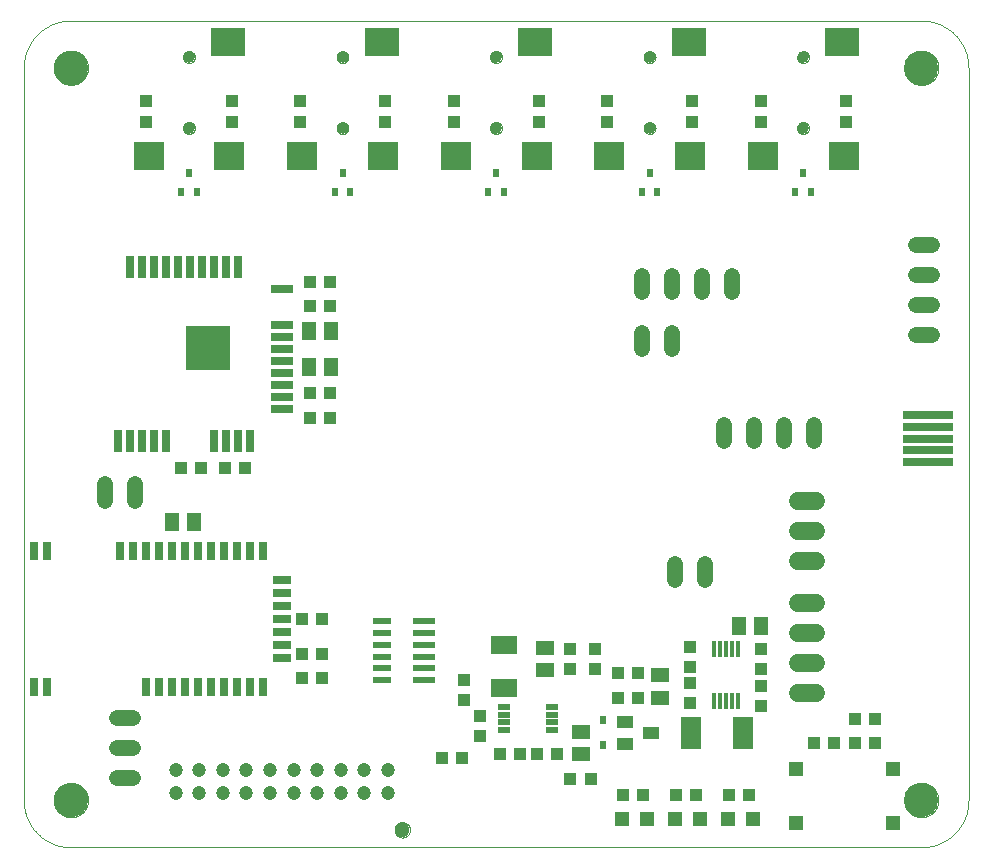
<source format=gbs>
G75*
%MOIN*%
%OFA0B0*%
%FSLAX25Y25*%
%IPPOS*%
%LPD*%
%AMOC8*
5,1,8,0,0,1.08239X$1,22.5*
%
%ADD10C,0.00000*%
%ADD11C,0.11417*%
%ADD12R,0.04331X0.03937*%
%ADD13R,0.05118X0.05906*%
%ADD14R,0.03937X0.04331*%
%ADD15R,0.05906X0.05118*%
%ADD16R,0.04724X0.04724*%
%ADD17R,0.02362X0.03150*%
%ADD18R,0.09055X0.05906*%
%ADD19R,0.07087X0.10630*%
%ADD20R,0.05512X0.03937*%
%ADD21R,0.05118X0.05118*%
%ADD22R,0.07480X0.02362*%
%ADD23R,0.06496X0.02362*%
%ADD24C,0.05118*%
%ADD25C,0.04724*%
%ADD26R,0.04232X0.01969*%
%ADD27R,0.01181X0.05512*%
%ADD28R,0.03150X0.07480*%
%ADD29R,0.07480X0.03150*%
%ADD30R,0.14567X0.14567*%
%ADD31R,0.02756X0.05906*%
%ADD32R,0.05906X0.02756*%
%ADD33C,0.06000*%
%ADD34R,0.11220X0.09449*%
%ADD35R,0.10433X0.09449*%
%ADD36C,0.03937*%
%ADD37C,0.05400*%
%ADD38R,0.16535X0.02756*%
D10*
X0017248Y0015345D02*
X0300713Y0015345D01*
X0295004Y0031093D02*
X0295006Y0031244D01*
X0295012Y0031394D01*
X0295022Y0031545D01*
X0295036Y0031695D01*
X0295054Y0031844D01*
X0295075Y0031994D01*
X0295101Y0032142D01*
X0295131Y0032290D01*
X0295164Y0032437D01*
X0295202Y0032583D01*
X0295243Y0032728D01*
X0295288Y0032872D01*
X0295337Y0033014D01*
X0295390Y0033155D01*
X0295446Y0033295D01*
X0295506Y0033433D01*
X0295569Y0033570D01*
X0295637Y0033705D01*
X0295707Y0033838D01*
X0295781Y0033969D01*
X0295859Y0034098D01*
X0295940Y0034225D01*
X0296024Y0034350D01*
X0296112Y0034473D01*
X0296203Y0034593D01*
X0296297Y0034711D01*
X0296394Y0034826D01*
X0296494Y0034939D01*
X0296597Y0035049D01*
X0296703Y0035156D01*
X0296812Y0035261D01*
X0296923Y0035362D01*
X0297037Y0035461D01*
X0297153Y0035556D01*
X0297273Y0035649D01*
X0297394Y0035738D01*
X0297518Y0035824D01*
X0297644Y0035907D01*
X0297772Y0035986D01*
X0297902Y0036062D01*
X0298034Y0036135D01*
X0298168Y0036203D01*
X0298304Y0036269D01*
X0298442Y0036331D01*
X0298581Y0036389D01*
X0298721Y0036443D01*
X0298863Y0036494D01*
X0299006Y0036541D01*
X0299151Y0036584D01*
X0299296Y0036623D01*
X0299443Y0036659D01*
X0299590Y0036690D01*
X0299738Y0036718D01*
X0299887Y0036742D01*
X0300036Y0036762D01*
X0300186Y0036778D01*
X0300336Y0036790D01*
X0300487Y0036798D01*
X0300638Y0036802D01*
X0300788Y0036802D01*
X0300939Y0036798D01*
X0301090Y0036790D01*
X0301240Y0036778D01*
X0301390Y0036762D01*
X0301539Y0036742D01*
X0301688Y0036718D01*
X0301836Y0036690D01*
X0301983Y0036659D01*
X0302130Y0036623D01*
X0302275Y0036584D01*
X0302420Y0036541D01*
X0302563Y0036494D01*
X0302705Y0036443D01*
X0302845Y0036389D01*
X0302984Y0036331D01*
X0303122Y0036269D01*
X0303258Y0036203D01*
X0303392Y0036135D01*
X0303524Y0036062D01*
X0303654Y0035986D01*
X0303782Y0035907D01*
X0303908Y0035824D01*
X0304032Y0035738D01*
X0304153Y0035649D01*
X0304273Y0035556D01*
X0304389Y0035461D01*
X0304503Y0035362D01*
X0304614Y0035261D01*
X0304723Y0035156D01*
X0304829Y0035049D01*
X0304932Y0034939D01*
X0305032Y0034826D01*
X0305129Y0034711D01*
X0305223Y0034593D01*
X0305314Y0034473D01*
X0305402Y0034350D01*
X0305486Y0034225D01*
X0305567Y0034098D01*
X0305645Y0033969D01*
X0305719Y0033838D01*
X0305789Y0033705D01*
X0305857Y0033570D01*
X0305920Y0033433D01*
X0305980Y0033295D01*
X0306036Y0033155D01*
X0306089Y0033014D01*
X0306138Y0032872D01*
X0306183Y0032728D01*
X0306224Y0032583D01*
X0306262Y0032437D01*
X0306295Y0032290D01*
X0306325Y0032142D01*
X0306351Y0031994D01*
X0306372Y0031844D01*
X0306390Y0031695D01*
X0306404Y0031545D01*
X0306414Y0031394D01*
X0306420Y0031244D01*
X0306422Y0031093D01*
X0306420Y0030942D01*
X0306414Y0030792D01*
X0306404Y0030641D01*
X0306390Y0030491D01*
X0306372Y0030342D01*
X0306351Y0030192D01*
X0306325Y0030044D01*
X0306295Y0029896D01*
X0306262Y0029749D01*
X0306224Y0029603D01*
X0306183Y0029458D01*
X0306138Y0029314D01*
X0306089Y0029172D01*
X0306036Y0029031D01*
X0305980Y0028891D01*
X0305920Y0028753D01*
X0305857Y0028616D01*
X0305789Y0028481D01*
X0305719Y0028348D01*
X0305645Y0028217D01*
X0305567Y0028088D01*
X0305486Y0027961D01*
X0305402Y0027836D01*
X0305314Y0027713D01*
X0305223Y0027593D01*
X0305129Y0027475D01*
X0305032Y0027360D01*
X0304932Y0027247D01*
X0304829Y0027137D01*
X0304723Y0027030D01*
X0304614Y0026925D01*
X0304503Y0026824D01*
X0304389Y0026725D01*
X0304273Y0026630D01*
X0304153Y0026537D01*
X0304032Y0026448D01*
X0303908Y0026362D01*
X0303782Y0026279D01*
X0303654Y0026200D01*
X0303524Y0026124D01*
X0303392Y0026051D01*
X0303258Y0025983D01*
X0303122Y0025917D01*
X0302984Y0025855D01*
X0302845Y0025797D01*
X0302705Y0025743D01*
X0302563Y0025692D01*
X0302420Y0025645D01*
X0302275Y0025602D01*
X0302130Y0025563D01*
X0301983Y0025527D01*
X0301836Y0025496D01*
X0301688Y0025468D01*
X0301539Y0025444D01*
X0301390Y0025424D01*
X0301240Y0025408D01*
X0301090Y0025396D01*
X0300939Y0025388D01*
X0300788Y0025384D01*
X0300638Y0025384D01*
X0300487Y0025388D01*
X0300336Y0025396D01*
X0300186Y0025408D01*
X0300036Y0025424D01*
X0299887Y0025444D01*
X0299738Y0025468D01*
X0299590Y0025496D01*
X0299443Y0025527D01*
X0299296Y0025563D01*
X0299151Y0025602D01*
X0299006Y0025645D01*
X0298863Y0025692D01*
X0298721Y0025743D01*
X0298581Y0025797D01*
X0298442Y0025855D01*
X0298304Y0025917D01*
X0298168Y0025983D01*
X0298034Y0026051D01*
X0297902Y0026124D01*
X0297772Y0026200D01*
X0297644Y0026279D01*
X0297518Y0026362D01*
X0297394Y0026448D01*
X0297273Y0026537D01*
X0297153Y0026630D01*
X0297037Y0026725D01*
X0296923Y0026824D01*
X0296812Y0026925D01*
X0296703Y0027030D01*
X0296597Y0027137D01*
X0296494Y0027247D01*
X0296394Y0027360D01*
X0296297Y0027475D01*
X0296203Y0027593D01*
X0296112Y0027713D01*
X0296024Y0027836D01*
X0295940Y0027961D01*
X0295859Y0028088D01*
X0295781Y0028217D01*
X0295707Y0028348D01*
X0295637Y0028481D01*
X0295569Y0028616D01*
X0295506Y0028753D01*
X0295446Y0028891D01*
X0295390Y0029031D01*
X0295337Y0029172D01*
X0295288Y0029314D01*
X0295243Y0029458D01*
X0295202Y0029603D01*
X0295164Y0029749D01*
X0295131Y0029896D01*
X0295101Y0030044D01*
X0295075Y0030192D01*
X0295054Y0030342D01*
X0295036Y0030491D01*
X0295022Y0030641D01*
X0295012Y0030792D01*
X0295006Y0030942D01*
X0295004Y0031093D01*
X0300713Y0015345D02*
X0301094Y0015350D01*
X0301474Y0015363D01*
X0301854Y0015386D01*
X0302233Y0015419D01*
X0302611Y0015460D01*
X0302988Y0015510D01*
X0303364Y0015570D01*
X0303739Y0015638D01*
X0304111Y0015716D01*
X0304482Y0015803D01*
X0304850Y0015898D01*
X0305216Y0016003D01*
X0305579Y0016116D01*
X0305940Y0016238D01*
X0306297Y0016368D01*
X0306651Y0016508D01*
X0307002Y0016655D01*
X0307349Y0016812D01*
X0307692Y0016976D01*
X0308031Y0017149D01*
X0308366Y0017330D01*
X0308697Y0017519D01*
X0309022Y0017716D01*
X0309343Y0017920D01*
X0309659Y0018133D01*
X0309969Y0018353D01*
X0310275Y0018580D01*
X0310574Y0018815D01*
X0310868Y0019057D01*
X0311156Y0019305D01*
X0311438Y0019561D01*
X0311713Y0019824D01*
X0311982Y0020093D01*
X0312245Y0020368D01*
X0312501Y0020650D01*
X0312749Y0020938D01*
X0312991Y0021232D01*
X0313226Y0021531D01*
X0313453Y0021837D01*
X0313673Y0022147D01*
X0313886Y0022463D01*
X0314090Y0022784D01*
X0314287Y0023109D01*
X0314476Y0023440D01*
X0314657Y0023775D01*
X0314830Y0024114D01*
X0314994Y0024457D01*
X0315151Y0024804D01*
X0315298Y0025155D01*
X0315438Y0025509D01*
X0315568Y0025866D01*
X0315690Y0026227D01*
X0315803Y0026590D01*
X0315908Y0026956D01*
X0316003Y0027324D01*
X0316090Y0027695D01*
X0316168Y0028067D01*
X0316236Y0028442D01*
X0316296Y0028818D01*
X0316346Y0029195D01*
X0316387Y0029573D01*
X0316420Y0029952D01*
X0316443Y0030332D01*
X0316456Y0030712D01*
X0316461Y0031093D01*
X0316461Y0275187D01*
X0295004Y0275187D02*
X0295006Y0275338D01*
X0295012Y0275488D01*
X0295022Y0275639D01*
X0295036Y0275789D01*
X0295054Y0275938D01*
X0295075Y0276088D01*
X0295101Y0276236D01*
X0295131Y0276384D01*
X0295164Y0276531D01*
X0295202Y0276677D01*
X0295243Y0276822D01*
X0295288Y0276966D01*
X0295337Y0277108D01*
X0295390Y0277249D01*
X0295446Y0277389D01*
X0295506Y0277527D01*
X0295569Y0277664D01*
X0295637Y0277799D01*
X0295707Y0277932D01*
X0295781Y0278063D01*
X0295859Y0278192D01*
X0295940Y0278319D01*
X0296024Y0278444D01*
X0296112Y0278567D01*
X0296203Y0278687D01*
X0296297Y0278805D01*
X0296394Y0278920D01*
X0296494Y0279033D01*
X0296597Y0279143D01*
X0296703Y0279250D01*
X0296812Y0279355D01*
X0296923Y0279456D01*
X0297037Y0279555D01*
X0297153Y0279650D01*
X0297273Y0279743D01*
X0297394Y0279832D01*
X0297518Y0279918D01*
X0297644Y0280001D01*
X0297772Y0280080D01*
X0297902Y0280156D01*
X0298034Y0280229D01*
X0298168Y0280297D01*
X0298304Y0280363D01*
X0298442Y0280425D01*
X0298581Y0280483D01*
X0298721Y0280537D01*
X0298863Y0280588D01*
X0299006Y0280635D01*
X0299151Y0280678D01*
X0299296Y0280717D01*
X0299443Y0280753D01*
X0299590Y0280784D01*
X0299738Y0280812D01*
X0299887Y0280836D01*
X0300036Y0280856D01*
X0300186Y0280872D01*
X0300336Y0280884D01*
X0300487Y0280892D01*
X0300638Y0280896D01*
X0300788Y0280896D01*
X0300939Y0280892D01*
X0301090Y0280884D01*
X0301240Y0280872D01*
X0301390Y0280856D01*
X0301539Y0280836D01*
X0301688Y0280812D01*
X0301836Y0280784D01*
X0301983Y0280753D01*
X0302130Y0280717D01*
X0302275Y0280678D01*
X0302420Y0280635D01*
X0302563Y0280588D01*
X0302705Y0280537D01*
X0302845Y0280483D01*
X0302984Y0280425D01*
X0303122Y0280363D01*
X0303258Y0280297D01*
X0303392Y0280229D01*
X0303524Y0280156D01*
X0303654Y0280080D01*
X0303782Y0280001D01*
X0303908Y0279918D01*
X0304032Y0279832D01*
X0304153Y0279743D01*
X0304273Y0279650D01*
X0304389Y0279555D01*
X0304503Y0279456D01*
X0304614Y0279355D01*
X0304723Y0279250D01*
X0304829Y0279143D01*
X0304932Y0279033D01*
X0305032Y0278920D01*
X0305129Y0278805D01*
X0305223Y0278687D01*
X0305314Y0278567D01*
X0305402Y0278444D01*
X0305486Y0278319D01*
X0305567Y0278192D01*
X0305645Y0278063D01*
X0305719Y0277932D01*
X0305789Y0277799D01*
X0305857Y0277664D01*
X0305920Y0277527D01*
X0305980Y0277389D01*
X0306036Y0277249D01*
X0306089Y0277108D01*
X0306138Y0276966D01*
X0306183Y0276822D01*
X0306224Y0276677D01*
X0306262Y0276531D01*
X0306295Y0276384D01*
X0306325Y0276236D01*
X0306351Y0276088D01*
X0306372Y0275938D01*
X0306390Y0275789D01*
X0306404Y0275639D01*
X0306414Y0275488D01*
X0306420Y0275338D01*
X0306422Y0275187D01*
X0306420Y0275036D01*
X0306414Y0274886D01*
X0306404Y0274735D01*
X0306390Y0274585D01*
X0306372Y0274436D01*
X0306351Y0274286D01*
X0306325Y0274138D01*
X0306295Y0273990D01*
X0306262Y0273843D01*
X0306224Y0273697D01*
X0306183Y0273552D01*
X0306138Y0273408D01*
X0306089Y0273266D01*
X0306036Y0273125D01*
X0305980Y0272985D01*
X0305920Y0272847D01*
X0305857Y0272710D01*
X0305789Y0272575D01*
X0305719Y0272442D01*
X0305645Y0272311D01*
X0305567Y0272182D01*
X0305486Y0272055D01*
X0305402Y0271930D01*
X0305314Y0271807D01*
X0305223Y0271687D01*
X0305129Y0271569D01*
X0305032Y0271454D01*
X0304932Y0271341D01*
X0304829Y0271231D01*
X0304723Y0271124D01*
X0304614Y0271019D01*
X0304503Y0270918D01*
X0304389Y0270819D01*
X0304273Y0270724D01*
X0304153Y0270631D01*
X0304032Y0270542D01*
X0303908Y0270456D01*
X0303782Y0270373D01*
X0303654Y0270294D01*
X0303524Y0270218D01*
X0303392Y0270145D01*
X0303258Y0270077D01*
X0303122Y0270011D01*
X0302984Y0269949D01*
X0302845Y0269891D01*
X0302705Y0269837D01*
X0302563Y0269786D01*
X0302420Y0269739D01*
X0302275Y0269696D01*
X0302130Y0269657D01*
X0301983Y0269621D01*
X0301836Y0269590D01*
X0301688Y0269562D01*
X0301539Y0269538D01*
X0301390Y0269518D01*
X0301240Y0269502D01*
X0301090Y0269490D01*
X0300939Y0269482D01*
X0300788Y0269478D01*
X0300638Y0269478D01*
X0300487Y0269482D01*
X0300336Y0269490D01*
X0300186Y0269502D01*
X0300036Y0269518D01*
X0299887Y0269538D01*
X0299738Y0269562D01*
X0299590Y0269590D01*
X0299443Y0269621D01*
X0299296Y0269657D01*
X0299151Y0269696D01*
X0299006Y0269739D01*
X0298863Y0269786D01*
X0298721Y0269837D01*
X0298581Y0269891D01*
X0298442Y0269949D01*
X0298304Y0270011D01*
X0298168Y0270077D01*
X0298034Y0270145D01*
X0297902Y0270218D01*
X0297772Y0270294D01*
X0297644Y0270373D01*
X0297518Y0270456D01*
X0297394Y0270542D01*
X0297273Y0270631D01*
X0297153Y0270724D01*
X0297037Y0270819D01*
X0296923Y0270918D01*
X0296812Y0271019D01*
X0296703Y0271124D01*
X0296597Y0271231D01*
X0296494Y0271341D01*
X0296394Y0271454D01*
X0296297Y0271569D01*
X0296203Y0271687D01*
X0296112Y0271807D01*
X0296024Y0271930D01*
X0295940Y0272055D01*
X0295859Y0272182D01*
X0295781Y0272311D01*
X0295707Y0272442D01*
X0295637Y0272575D01*
X0295569Y0272710D01*
X0295506Y0272847D01*
X0295446Y0272985D01*
X0295390Y0273125D01*
X0295337Y0273266D01*
X0295288Y0273408D01*
X0295243Y0273552D01*
X0295202Y0273697D01*
X0295164Y0273843D01*
X0295131Y0273990D01*
X0295101Y0274138D01*
X0295075Y0274286D01*
X0295054Y0274436D01*
X0295036Y0274585D01*
X0295022Y0274735D01*
X0295012Y0274886D01*
X0295006Y0275036D01*
X0295004Y0275187D01*
X0300713Y0290935D02*
X0301094Y0290930D01*
X0301474Y0290917D01*
X0301854Y0290894D01*
X0302233Y0290861D01*
X0302611Y0290820D01*
X0302988Y0290770D01*
X0303364Y0290710D01*
X0303739Y0290642D01*
X0304111Y0290564D01*
X0304482Y0290477D01*
X0304850Y0290382D01*
X0305216Y0290277D01*
X0305579Y0290164D01*
X0305940Y0290042D01*
X0306297Y0289912D01*
X0306651Y0289772D01*
X0307002Y0289625D01*
X0307349Y0289468D01*
X0307692Y0289304D01*
X0308031Y0289131D01*
X0308366Y0288950D01*
X0308697Y0288761D01*
X0309022Y0288564D01*
X0309343Y0288360D01*
X0309659Y0288147D01*
X0309969Y0287927D01*
X0310275Y0287700D01*
X0310574Y0287465D01*
X0310868Y0287223D01*
X0311156Y0286975D01*
X0311438Y0286719D01*
X0311713Y0286456D01*
X0311982Y0286187D01*
X0312245Y0285912D01*
X0312501Y0285630D01*
X0312749Y0285342D01*
X0312991Y0285048D01*
X0313226Y0284749D01*
X0313453Y0284443D01*
X0313673Y0284133D01*
X0313886Y0283817D01*
X0314090Y0283496D01*
X0314287Y0283171D01*
X0314476Y0282840D01*
X0314657Y0282505D01*
X0314830Y0282166D01*
X0314994Y0281823D01*
X0315151Y0281476D01*
X0315298Y0281125D01*
X0315438Y0280771D01*
X0315568Y0280414D01*
X0315690Y0280053D01*
X0315803Y0279690D01*
X0315908Y0279324D01*
X0316003Y0278956D01*
X0316090Y0278585D01*
X0316168Y0278213D01*
X0316236Y0277838D01*
X0316296Y0277462D01*
X0316346Y0277085D01*
X0316387Y0276707D01*
X0316420Y0276328D01*
X0316443Y0275948D01*
X0316456Y0275568D01*
X0316461Y0275187D01*
X0300713Y0290935D02*
X0017248Y0290935D01*
X0011539Y0275187D02*
X0011541Y0275338D01*
X0011547Y0275488D01*
X0011557Y0275639D01*
X0011571Y0275789D01*
X0011589Y0275938D01*
X0011610Y0276088D01*
X0011636Y0276236D01*
X0011666Y0276384D01*
X0011699Y0276531D01*
X0011737Y0276677D01*
X0011778Y0276822D01*
X0011823Y0276966D01*
X0011872Y0277108D01*
X0011925Y0277249D01*
X0011981Y0277389D01*
X0012041Y0277527D01*
X0012104Y0277664D01*
X0012172Y0277799D01*
X0012242Y0277932D01*
X0012316Y0278063D01*
X0012394Y0278192D01*
X0012475Y0278319D01*
X0012559Y0278444D01*
X0012647Y0278567D01*
X0012738Y0278687D01*
X0012832Y0278805D01*
X0012929Y0278920D01*
X0013029Y0279033D01*
X0013132Y0279143D01*
X0013238Y0279250D01*
X0013347Y0279355D01*
X0013458Y0279456D01*
X0013572Y0279555D01*
X0013688Y0279650D01*
X0013808Y0279743D01*
X0013929Y0279832D01*
X0014053Y0279918D01*
X0014179Y0280001D01*
X0014307Y0280080D01*
X0014437Y0280156D01*
X0014569Y0280229D01*
X0014703Y0280297D01*
X0014839Y0280363D01*
X0014977Y0280425D01*
X0015116Y0280483D01*
X0015256Y0280537D01*
X0015398Y0280588D01*
X0015541Y0280635D01*
X0015686Y0280678D01*
X0015831Y0280717D01*
X0015978Y0280753D01*
X0016125Y0280784D01*
X0016273Y0280812D01*
X0016422Y0280836D01*
X0016571Y0280856D01*
X0016721Y0280872D01*
X0016871Y0280884D01*
X0017022Y0280892D01*
X0017173Y0280896D01*
X0017323Y0280896D01*
X0017474Y0280892D01*
X0017625Y0280884D01*
X0017775Y0280872D01*
X0017925Y0280856D01*
X0018074Y0280836D01*
X0018223Y0280812D01*
X0018371Y0280784D01*
X0018518Y0280753D01*
X0018665Y0280717D01*
X0018810Y0280678D01*
X0018955Y0280635D01*
X0019098Y0280588D01*
X0019240Y0280537D01*
X0019380Y0280483D01*
X0019519Y0280425D01*
X0019657Y0280363D01*
X0019793Y0280297D01*
X0019927Y0280229D01*
X0020059Y0280156D01*
X0020189Y0280080D01*
X0020317Y0280001D01*
X0020443Y0279918D01*
X0020567Y0279832D01*
X0020688Y0279743D01*
X0020808Y0279650D01*
X0020924Y0279555D01*
X0021038Y0279456D01*
X0021149Y0279355D01*
X0021258Y0279250D01*
X0021364Y0279143D01*
X0021467Y0279033D01*
X0021567Y0278920D01*
X0021664Y0278805D01*
X0021758Y0278687D01*
X0021849Y0278567D01*
X0021937Y0278444D01*
X0022021Y0278319D01*
X0022102Y0278192D01*
X0022180Y0278063D01*
X0022254Y0277932D01*
X0022324Y0277799D01*
X0022392Y0277664D01*
X0022455Y0277527D01*
X0022515Y0277389D01*
X0022571Y0277249D01*
X0022624Y0277108D01*
X0022673Y0276966D01*
X0022718Y0276822D01*
X0022759Y0276677D01*
X0022797Y0276531D01*
X0022830Y0276384D01*
X0022860Y0276236D01*
X0022886Y0276088D01*
X0022907Y0275938D01*
X0022925Y0275789D01*
X0022939Y0275639D01*
X0022949Y0275488D01*
X0022955Y0275338D01*
X0022957Y0275187D01*
X0022955Y0275036D01*
X0022949Y0274886D01*
X0022939Y0274735D01*
X0022925Y0274585D01*
X0022907Y0274436D01*
X0022886Y0274286D01*
X0022860Y0274138D01*
X0022830Y0273990D01*
X0022797Y0273843D01*
X0022759Y0273697D01*
X0022718Y0273552D01*
X0022673Y0273408D01*
X0022624Y0273266D01*
X0022571Y0273125D01*
X0022515Y0272985D01*
X0022455Y0272847D01*
X0022392Y0272710D01*
X0022324Y0272575D01*
X0022254Y0272442D01*
X0022180Y0272311D01*
X0022102Y0272182D01*
X0022021Y0272055D01*
X0021937Y0271930D01*
X0021849Y0271807D01*
X0021758Y0271687D01*
X0021664Y0271569D01*
X0021567Y0271454D01*
X0021467Y0271341D01*
X0021364Y0271231D01*
X0021258Y0271124D01*
X0021149Y0271019D01*
X0021038Y0270918D01*
X0020924Y0270819D01*
X0020808Y0270724D01*
X0020688Y0270631D01*
X0020567Y0270542D01*
X0020443Y0270456D01*
X0020317Y0270373D01*
X0020189Y0270294D01*
X0020059Y0270218D01*
X0019927Y0270145D01*
X0019793Y0270077D01*
X0019657Y0270011D01*
X0019519Y0269949D01*
X0019380Y0269891D01*
X0019240Y0269837D01*
X0019098Y0269786D01*
X0018955Y0269739D01*
X0018810Y0269696D01*
X0018665Y0269657D01*
X0018518Y0269621D01*
X0018371Y0269590D01*
X0018223Y0269562D01*
X0018074Y0269538D01*
X0017925Y0269518D01*
X0017775Y0269502D01*
X0017625Y0269490D01*
X0017474Y0269482D01*
X0017323Y0269478D01*
X0017173Y0269478D01*
X0017022Y0269482D01*
X0016871Y0269490D01*
X0016721Y0269502D01*
X0016571Y0269518D01*
X0016422Y0269538D01*
X0016273Y0269562D01*
X0016125Y0269590D01*
X0015978Y0269621D01*
X0015831Y0269657D01*
X0015686Y0269696D01*
X0015541Y0269739D01*
X0015398Y0269786D01*
X0015256Y0269837D01*
X0015116Y0269891D01*
X0014977Y0269949D01*
X0014839Y0270011D01*
X0014703Y0270077D01*
X0014569Y0270145D01*
X0014437Y0270218D01*
X0014307Y0270294D01*
X0014179Y0270373D01*
X0014053Y0270456D01*
X0013929Y0270542D01*
X0013808Y0270631D01*
X0013688Y0270724D01*
X0013572Y0270819D01*
X0013458Y0270918D01*
X0013347Y0271019D01*
X0013238Y0271124D01*
X0013132Y0271231D01*
X0013029Y0271341D01*
X0012929Y0271454D01*
X0012832Y0271569D01*
X0012738Y0271687D01*
X0012647Y0271807D01*
X0012559Y0271930D01*
X0012475Y0272055D01*
X0012394Y0272182D01*
X0012316Y0272311D01*
X0012242Y0272442D01*
X0012172Y0272575D01*
X0012104Y0272710D01*
X0012041Y0272847D01*
X0011981Y0272985D01*
X0011925Y0273125D01*
X0011872Y0273266D01*
X0011823Y0273408D01*
X0011778Y0273552D01*
X0011737Y0273697D01*
X0011699Y0273843D01*
X0011666Y0273990D01*
X0011636Y0274138D01*
X0011610Y0274286D01*
X0011589Y0274436D01*
X0011571Y0274585D01*
X0011557Y0274735D01*
X0011547Y0274886D01*
X0011541Y0275036D01*
X0011539Y0275187D01*
X0001500Y0275187D02*
X0001505Y0275568D01*
X0001518Y0275948D01*
X0001541Y0276328D01*
X0001574Y0276707D01*
X0001615Y0277085D01*
X0001665Y0277462D01*
X0001725Y0277838D01*
X0001793Y0278213D01*
X0001871Y0278585D01*
X0001958Y0278956D01*
X0002053Y0279324D01*
X0002158Y0279690D01*
X0002271Y0280053D01*
X0002393Y0280414D01*
X0002523Y0280771D01*
X0002663Y0281125D01*
X0002810Y0281476D01*
X0002967Y0281823D01*
X0003131Y0282166D01*
X0003304Y0282505D01*
X0003485Y0282840D01*
X0003674Y0283171D01*
X0003871Y0283496D01*
X0004075Y0283817D01*
X0004288Y0284133D01*
X0004508Y0284443D01*
X0004735Y0284749D01*
X0004970Y0285048D01*
X0005212Y0285342D01*
X0005460Y0285630D01*
X0005716Y0285912D01*
X0005979Y0286187D01*
X0006248Y0286456D01*
X0006523Y0286719D01*
X0006805Y0286975D01*
X0007093Y0287223D01*
X0007387Y0287465D01*
X0007686Y0287700D01*
X0007992Y0287927D01*
X0008302Y0288147D01*
X0008618Y0288360D01*
X0008939Y0288564D01*
X0009264Y0288761D01*
X0009595Y0288950D01*
X0009930Y0289131D01*
X0010269Y0289304D01*
X0010612Y0289468D01*
X0010959Y0289625D01*
X0011310Y0289772D01*
X0011664Y0289912D01*
X0012021Y0290042D01*
X0012382Y0290164D01*
X0012745Y0290277D01*
X0013111Y0290382D01*
X0013479Y0290477D01*
X0013850Y0290564D01*
X0014222Y0290642D01*
X0014597Y0290710D01*
X0014973Y0290770D01*
X0015350Y0290820D01*
X0015728Y0290861D01*
X0016107Y0290894D01*
X0016487Y0290917D01*
X0016867Y0290930D01*
X0017248Y0290935D01*
X0001500Y0275187D02*
X0001500Y0031093D01*
X0011539Y0031093D02*
X0011541Y0031244D01*
X0011547Y0031394D01*
X0011557Y0031545D01*
X0011571Y0031695D01*
X0011589Y0031844D01*
X0011610Y0031994D01*
X0011636Y0032142D01*
X0011666Y0032290D01*
X0011699Y0032437D01*
X0011737Y0032583D01*
X0011778Y0032728D01*
X0011823Y0032872D01*
X0011872Y0033014D01*
X0011925Y0033155D01*
X0011981Y0033295D01*
X0012041Y0033433D01*
X0012104Y0033570D01*
X0012172Y0033705D01*
X0012242Y0033838D01*
X0012316Y0033969D01*
X0012394Y0034098D01*
X0012475Y0034225D01*
X0012559Y0034350D01*
X0012647Y0034473D01*
X0012738Y0034593D01*
X0012832Y0034711D01*
X0012929Y0034826D01*
X0013029Y0034939D01*
X0013132Y0035049D01*
X0013238Y0035156D01*
X0013347Y0035261D01*
X0013458Y0035362D01*
X0013572Y0035461D01*
X0013688Y0035556D01*
X0013808Y0035649D01*
X0013929Y0035738D01*
X0014053Y0035824D01*
X0014179Y0035907D01*
X0014307Y0035986D01*
X0014437Y0036062D01*
X0014569Y0036135D01*
X0014703Y0036203D01*
X0014839Y0036269D01*
X0014977Y0036331D01*
X0015116Y0036389D01*
X0015256Y0036443D01*
X0015398Y0036494D01*
X0015541Y0036541D01*
X0015686Y0036584D01*
X0015831Y0036623D01*
X0015978Y0036659D01*
X0016125Y0036690D01*
X0016273Y0036718D01*
X0016422Y0036742D01*
X0016571Y0036762D01*
X0016721Y0036778D01*
X0016871Y0036790D01*
X0017022Y0036798D01*
X0017173Y0036802D01*
X0017323Y0036802D01*
X0017474Y0036798D01*
X0017625Y0036790D01*
X0017775Y0036778D01*
X0017925Y0036762D01*
X0018074Y0036742D01*
X0018223Y0036718D01*
X0018371Y0036690D01*
X0018518Y0036659D01*
X0018665Y0036623D01*
X0018810Y0036584D01*
X0018955Y0036541D01*
X0019098Y0036494D01*
X0019240Y0036443D01*
X0019380Y0036389D01*
X0019519Y0036331D01*
X0019657Y0036269D01*
X0019793Y0036203D01*
X0019927Y0036135D01*
X0020059Y0036062D01*
X0020189Y0035986D01*
X0020317Y0035907D01*
X0020443Y0035824D01*
X0020567Y0035738D01*
X0020688Y0035649D01*
X0020808Y0035556D01*
X0020924Y0035461D01*
X0021038Y0035362D01*
X0021149Y0035261D01*
X0021258Y0035156D01*
X0021364Y0035049D01*
X0021467Y0034939D01*
X0021567Y0034826D01*
X0021664Y0034711D01*
X0021758Y0034593D01*
X0021849Y0034473D01*
X0021937Y0034350D01*
X0022021Y0034225D01*
X0022102Y0034098D01*
X0022180Y0033969D01*
X0022254Y0033838D01*
X0022324Y0033705D01*
X0022392Y0033570D01*
X0022455Y0033433D01*
X0022515Y0033295D01*
X0022571Y0033155D01*
X0022624Y0033014D01*
X0022673Y0032872D01*
X0022718Y0032728D01*
X0022759Y0032583D01*
X0022797Y0032437D01*
X0022830Y0032290D01*
X0022860Y0032142D01*
X0022886Y0031994D01*
X0022907Y0031844D01*
X0022925Y0031695D01*
X0022939Y0031545D01*
X0022949Y0031394D01*
X0022955Y0031244D01*
X0022957Y0031093D01*
X0022955Y0030942D01*
X0022949Y0030792D01*
X0022939Y0030641D01*
X0022925Y0030491D01*
X0022907Y0030342D01*
X0022886Y0030192D01*
X0022860Y0030044D01*
X0022830Y0029896D01*
X0022797Y0029749D01*
X0022759Y0029603D01*
X0022718Y0029458D01*
X0022673Y0029314D01*
X0022624Y0029172D01*
X0022571Y0029031D01*
X0022515Y0028891D01*
X0022455Y0028753D01*
X0022392Y0028616D01*
X0022324Y0028481D01*
X0022254Y0028348D01*
X0022180Y0028217D01*
X0022102Y0028088D01*
X0022021Y0027961D01*
X0021937Y0027836D01*
X0021849Y0027713D01*
X0021758Y0027593D01*
X0021664Y0027475D01*
X0021567Y0027360D01*
X0021467Y0027247D01*
X0021364Y0027137D01*
X0021258Y0027030D01*
X0021149Y0026925D01*
X0021038Y0026824D01*
X0020924Y0026725D01*
X0020808Y0026630D01*
X0020688Y0026537D01*
X0020567Y0026448D01*
X0020443Y0026362D01*
X0020317Y0026279D01*
X0020189Y0026200D01*
X0020059Y0026124D01*
X0019927Y0026051D01*
X0019793Y0025983D01*
X0019657Y0025917D01*
X0019519Y0025855D01*
X0019380Y0025797D01*
X0019240Y0025743D01*
X0019098Y0025692D01*
X0018955Y0025645D01*
X0018810Y0025602D01*
X0018665Y0025563D01*
X0018518Y0025527D01*
X0018371Y0025496D01*
X0018223Y0025468D01*
X0018074Y0025444D01*
X0017925Y0025424D01*
X0017775Y0025408D01*
X0017625Y0025396D01*
X0017474Y0025388D01*
X0017323Y0025384D01*
X0017173Y0025384D01*
X0017022Y0025388D01*
X0016871Y0025396D01*
X0016721Y0025408D01*
X0016571Y0025424D01*
X0016422Y0025444D01*
X0016273Y0025468D01*
X0016125Y0025496D01*
X0015978Y0025527D01*
X0015831Y0025563D01*
X0015686Y0025602D01*
X0015541Y0025645D01*
X0015398Y0025692D01*
X0015256Y0025743D01*
X0015116Y0025797D01*
X0014977Y0025855D01*
X0014839Y0025917D01*
X0014703Y0025983D01*
X0014569Y0026051D01*
X0014437Y0026124D01*
X0014307Y0026200D01*
X0014179Y0026279D01*
X0014053Y0026362D01*
X0013929Y0026448D01*
X0013808Y0026537D01*
X0013688Y0026630D01*
X0013572Y0026725D01*
X0013458Y0026824D01*
X0013347Y0026925D01*
X0013238Y0027030D01*
X0013132Y0027137D01*
X0013029Y0027247D01*
X0012929Y0027360D01*
X0012832Y0027475D01*
X0012738Y0027593D01*
X0012647Y0027713D01*
X0012559Y0027836D01*
X0012475Y0027961D01*
X0012394Y0028088D01*
X0012316Y0028217D01*
X0012242Y0028348D01*
X0012172Y0028481D01*
X0012104Y0028616D01*
X0012041Y0028753D01*
X0011981Y0028891D01*
X0011925Y0029031D01*
X0011872Y0029172D01*
X0011823Y0029314D01*
X0011778Y0029458D01*
X0011737Y0029603D01*
X0011699Y0029749D01*
X0011666Y0029896D01*
X0011636Y0030044D01*
X0011610Y0030192D01*
X0011589Y0030342D01*
X0011571Y0030491D01*
X0011557Y0030641D01*
X0011547Y0030792D01*
X0011541Y0030942D01*
X0011539Y0031093D01*
X0001500Y0031093D02*
X0001505Y0030712D01*
X0001518Y0030332D01*
X0001541Y0029952D01*
X0001574Y0029573D01*
X0001615Y0029195D01*
X0001665Y0028818D01*
X0001725Y0028442D01*
X0001793Y0028067D01*
X0001871Y0027695D01*
X0001958Y0027324D01*
X0002053Y0026956D01*
X0002158Y0026590D01*
X0002271Y0026227D01*
X0002393Y0025866D01*
X0002523Y0025509D01*
X0002663Y0025155D01*
X0002810Y0024804D01*
X0002967Y0024457D01*
X0003131Y0024114D01*
X0003304Y0023775D01*
X0003485Y0023440D01*
X0003674Y0023109D01*
X0003871Y0022784D01*
X0004075Y0022463D01*
X0004288Y0022147D01*
X0004508Y0021837D01*
X0004735Y0021531D01*
X0004970Y0021232D01*
X0005212Y0020938D01*
X0005460Y0020650D01*
X0005716Y0020368D01*
X0005979Y0020093D01*
X0006248Y0019824D01*
X0006523Y0019561D01*
X0006805Y0019305D01*
X0007093Y0019057D01*
X0007387Y0018815D01*
X0007686Y0018580D01*
X0007992Y0018353D01*
X0008302Y0018133D01*
X0008618Y0017920D01*
X0008939Y0017716D01*
X0009264Y0017519D01*
X0009595Y0017330D01*
X0009930Y0017149D01*
X0010269Y0016976D01*
X0010612Y0016812D01*
X0010959Y0016655D01*
X0011310Y0016508D01*
X0011664Y0016368D01*
X0012021Y0016238D01*
X0012382Y0016116D01*
X0012745Y0016003D01*
X0013111Y0015898D01*
X0013479Y0015803D01*
X0013850Y0015716D01*
X0014222Y0015638D01*
X0014597Y0015570D01*
X0014973Y0015510D01*
X0015350Y0015460D01*
X0015728Y0015419D01*
X0016107Y0015386D01*
X0016487Y0015363D01*
X0016867Y0015350D01*
X0017248Y0015345D01*
X0125161Y0021171D02*
X0125163Y0021272D01*
X0125169Y0021373D01*
X0125179Y0021474D01*
X0125193Y0021574D01*
X0125211Y0021673D01*
X0125233Y0021772D01*
X0125258Y0021870D01*
X0125288Y0021967D01*
X0125321Y0022062D01*
X0125358Y0022156D01*
X0125399Y0022249D01*
X0125443Y0022340D01*
X0125491Y0022429D01*
X0125543Y0022516D01*
X0125598Y0022601D01*
X0125656Y0022683D01*
X0125717Y0022764D01*
X0125782Y0022842D01*
X0125849Y0022917D01*
X0125919Y0022989D01*
X0125993Y0023059D01*
X0126069Y0023126D01*
X0126147Y0023190D01*
X0126228Y0023250D01*
X0126311Y0023307D01*
X0126397Y0023361D01*
X0126485Y0023412D01*
X0126574Y0023459D01*
X0126665Y0023503D01*
X0126758Y0023542D01*
X0126853Y0023579D01*
X0126948Y0023611D01*
X0127045Y0023640D01*
X0127144Y0023664D01*
X0127242Y0023685D01*
X0127342Y0023702D01*
X0127442Y0023715D01*
X0127543Y0023724D01*
X0127644Y0023729D01*
X0127745Y0023730D01*
X0127846Y0023727D01*
X0127947Y0023720D01*
X0128048Y0023709D01*
X0128148Y0023694D01*
X0128247Y0023675D01*
X0128346Y0023652D01*
X0128443Y0023626D01*
X0128540Y0023595D01*
X0128635Y0023561D01*
X0128728Y0023523D01*
X0128821Y0023481D01*
X0128911Y0023436D01*
X0129000Y0023387D01*
X0129086Y0023335D01*
X0129170Y0023279D01*
X0129253Y0023220D01*
X0129332Y0023158D01*
X0129410Y0023093D01*
X0129484Y0023025D01*
X0129556Y0022953D01*
X0129625Y0022880D01*
X0129691Y0022803D01*
X0129754Y0022724D01*
X0129814Y0022642D01*
X0129870Y0022558D01*
X0129923Y0022472D01*
X0129973Y0022384D01*
X0130019Y0022294D01*
X0130062Y0022203D01*
X0130101Y0022109D01*
X0130136Y0022014D01*
X0130167Y0021918D01*
X0130195Y0021821D01*
X0130219Y0021723D01*
X0130239Y0021624D01*
X0130255Y0021524D01*
X0130267Y0021423D01*
X0130275Y0021323D01*
X0130279Y0021222D01*
X0130279Y0021120D01*
X0130275Y0021019D01*
X0130267Y0020919D01*
X0130255Y0020818D01*
X0130239Y0020718D01*
X0130219Y0020619D01*
X0130195Y0020521D01*
X0130167Y0020424D01*
X0130136Y0020328D01*
X0130101Y0020233D01*
X0130062Y0020139D01*
X0130019Y0020048D01*
X0129973Y0019958D01*
X0129923Y0019870D01*
X0129870Y0019784D01*
X0129814Y0019700D01*
X0129754Y0019618D01*
X0129691Y0019539D01*
X0129625Y0019462D01*
X0129556Y0019389D01*
X0129484Y0019317D01*
X0129410Y0019249D01*
X0129332Y0019184D01*
X0129253Y0019122D01*
X0129170Y0019063D01*
X0129086Y0019007D01*
X0128999Y0018955D01*
X0128911Y0018906D01*
X0128821Y0018861D01*
X0128728Y0018819D01*
X0128635Y0018781D01*
X0128540Y0018747D01*
X0128443Y0018716D01*
X0128346Y0018690D01*
X0128247Y0018667D01*
X0128148Y0018648D01*
X0128048Y0018633D01*
X0127947Y0018622D01*
X0127846Y0018615D01*
X0127745Y0018612D01*
X0127644Y0018613D01*
X0127543Y0018618D01*
X0127442Y0018627D01*
X0127342Y0018640D01*
X0127242Y0018657D01*
X0127144Y0018678D01*
X0127045Y0018702D01*
X0126948Y0018731D01*
X0126853Y0018763D01*
X0126758Y0018800D01*
X0126665Y0018839D01*
X0126574Y0018883D01*
X0126485Y0018930D01*
X0126397Y0018981D01*
X0126311Y0019035D01*
X0126228Y0019092D01*
X0126147Y0019152D01*
X0126069Y0019216D01*
X0125993Y0019283D01*
X0125919Y0019353D01*
X0125849Y0019425D01*
X0125782Y0019500D01*
X0125717Y0019578D01*
X0125656Y0019659D01*
X0125598Y0019741D01*
X0125543Y0019826D01*
X0125491Y0019913D01*
X0125443Y0020002D01*
X0125399Y0020093D01*
X0125358Y0020186D01*
X0125321Y0020280D01*
X0125288Y0020375D01*
X0125258Y0020472D01*
X0125233Y0020570D01*
X0125211Y0020669D01*
X0125193Y0020768D01*
X0125179Y0020868D01*
X0125169Y0020969D01*
X0125163Y0021070D01*
X0125161Y0021171D01*
X0105830Y0255108D02*
X0105832Y0255196D01*
X0105838Y0255284D01*
X0105848Y0255372D01*
X0105862Y0255460D01*
X0105879Y0255546D01*
X0105901Y0255632D01*
X0105926Y0255716D01*
X0105956Y0255800D01*
X0105988Y0255882D01*
X0106025Y0255962D01*
X0106065Y0256041D01*
X0106109Y0256118D01*
X0106156Y0256193D01*
X0106206Y0256265D01*
X0106260Y0256336D01*
X0106316Y0256403D01*
X0106376Y0256469D01*
X0106438Y0256531D01*
X0106504Y0256591D01*
X0106571Y0256647D01*
X0106642Y0256701D01*
X0106714Y0256751D01*
X0106789Y0256798D01*
X0106866Y0256842D01*
X0106945Y0256882D01*
X0107025Y0256919D01*
X0107107Y0256951D01*
X0107191Y0256981D01*
X0107275Y0257006D01*
X0107361Y0257028D01*
X0107447Y0257045D01*
X0107535Y0257059D01*
X0107623Y0257069D01*
X0107711Y0257075D01*
X0107799Y0257077D01*
X0107887Y0257075D01*
X0107975Y0257069D01*
X0108063Y0257059D01*
X0108151Y0257045D01*
X0108237Y0257028D01*
X0108323Y0257006D01*
X0108407Y0256981D01*
X0108491Y0256951D01*
X0108573Y0256919D01*
X0108653Y0256882D01*
X0108732Y0256842D01*
X0108809Y0256798D01*
X0108884Y0256751D01*
X0108956Y0256701D01*
X0109027Y0256647D01*
X0109094Y0256591D01*
X0109160Y0256531D01*
X0109222Y0256469D01*
X0109282Y0256403D01*
X0109338Y0256336D01*
X0109392Y0256265D01*
X0109442Y0256193D01*
X0109489Y0256118D01*
X0109533Y0256041D01*
X0109573Y0255962D01*
X0109610Y0255882D01*
X0109642Y0255800D01*
X0109672Y0255716D01*
X0109697Y0255632D01*
X0109719Y0255546D01*
X0109736Y0255460D01*
X0109750Y0255372D01*
X0109760Y0255284D01*
X0109766Y0255196D01*
X0109768Y0255108D01*
X0109766Y0255020D01*
X0109760Y0254932D01*
X0109750Y0254844D01*
X0109736Y0254756D01*
X0109719Y0254670D01*
X0109697Y0254584D01*
X0109672Y0254500D01*
X0109642Y0254416D01*
X0109610Y0254334D01*
X0109573Y0254254D01*
X0109533Y0254175D01*
X0109489Y0254098D01*
X0109442Y0254023D01*
X0109392Y0253951D01*
X0109338Y0253880D01*
X0109282Y0253813D01*
X0109222Y0253747D01*
X0109160Y0253685D01*
X0109094Y0253625D01*
X0109027Y0253569D01*
X0108956Y0253515D01*
X0108884Y0253465D01*
X0108809Y0253418D01*
X0108732Y0253374D01*
X0108653Y0253334D01*
X0108573Y0253297D01*
X0108491Y0253265D01*
X0108407Y0253235D01*
X0108323Y0253210D01*
X0108237Y0253188D01*
X0108151Y0253171D01*
X0108063Y0253157D01*
X0107975Y0253147D01*
X0107887Y0253141D01*
X0107799Y0253139D01*
X0107711Y0253141D01*
X0107623Y0253147D01*
X0107535Y0253157D01*
X0107447Y0253171D01*
X0107361Y0253188D01*
X0107275Y0253210D01*
X0107191Y0253235D01*
X0107107Y0253265D01*
X0107025Y0253297D01*
X0106945Y0253334D01*
X0106866Y0253374D01*
X0106789Y0253418D01*
X0106714Y0253465D01*
X0106642Y0253515D01*
X0106571Y0253569D01*
X0106504Y0253625D01*
X0106438Y0253685D01*
X0106376Y0253747D01*
X0106316Y0253813D01*
X0106260Y0253880D01*
X0106206Y0253951D01*
X0106156Y0254023D01*
X0106109Y0254098D01*
X0106065Y0254175D01*
X0106025Y0254254D01*
X0105988Y0254334D01*
X0105956Y0254416D01*
X0105926Y0254500D01*
X0105901Y0254584D01*
X0105879Y0254670D01*
X0105862Y0254756D01*
X0105848Y0254844D01*
X0105838Y0254932D01*
X0105832Y0255020D01*
X0105830Y0255108D01*
X0105830Y0278731D02*
X0105832Y0278819D01*
X0105838Y0278907D01*
X0105848Y0278995D01*
X0105862Y0279083D01*
X0105879Y0279169D01*
X0105901Y0279255D01*
X0105926Y0279339D01*
X0105956Y0279423D01*
X0105988Y0279505D01*
X0106025Y0279585D01*
X0106065Y0279664D01*
X0106109Y0279741D01*
X0106156Y0279816D01*
X0106206Y0279888D01*
X0106260Y0279959D01*
X0106316Y0280026D01*
X0106376Y0280092D01*
X0106438Y0280154D01*
X0106504Y0280214D01*
X0106571Y0280270D01*
X0106642Y0280324D01*
X0106714Y0280374D01*
X0106789Y0280421D01*
X0106866Y0280465D01*
X0106945Y0280505D01*
X0107025Y0280542D01*
X0107107Y0280574D01*
X0107191Y0280604D01*
X0107275Y0280629D01*
X0107361Y0280651D01*
X0107447Y0280668D01*
X0107535Y0280682D01*
X0107623Y0280692D01*
X0107711Y0280698D01*
X0107799Y0280700D01*
X0107887Y0280698D01*
X0107975Y0280692D01*
X0108063Y0280682D01*
X0108151Y0280668D01*
X0108237Y0280651D01*
X0108323Y0280629D01*
X0108407Y0280604D01*
X0108491Y0280574D01*
X0108573Y0280542D01*
X0108653Y0280505D01*
X0108732Y0280465D01*
X0108809Y0280421D01*
X0108884Y0280374D01*
X0108956Y0280324D01*
X0109027Y0280270D01*
X0109094Y0280214D01*
X0109160Y0280154D01*
X0109222Y0280092D01*
X0109282Y0280026D01*
X0109338Y0279959D01*
X0109392Y0279888D01*
X0109442Y0279816D01*
X0109489Y0279741D01*
X0109533Y0279664D01*
X0109573Y0279585D01*
X0109610Y0279505D01*
X0109642Y0279423D01*
X0109672Y0279339D01*
X0109697Y0279255D01*
X0109719Y0279169D01*
X0109736Y0279083D01*
X0109750Y0278995D01*
X0109760Y0278907D01*
X0109766Y0278819D01*
X0109768Y0278731D01*
X0109766Y0278643D01*
X0109760Y0278555D01*
X0109750Y0278467D01*
X0109736Y0278379D01*
X0109719Y0278293D01*
X0109697Y0278207D01*
X0109672Y0278123D01*
X0109642Y0278039D01*
X0109610Y0277957D01*
X0109573Y0277877D01*
X0109533Y0277798D01*
X0109489Y0277721D01*
X0109442Y0277646D01*
X0109392Y0277574D01*
X0109338Y0277503D01*
X0109282Y0277436D01*
X0109222Y0277370D01*
X0109160Y0277308D01*
X0109094Y0277248D01*
X0109027Y0277192D01*
X0108956Y0277138D01*
X0108884Y0277088D01*
X0108809Y0277041D01*
X0108732Y0276997D01*
X0108653Y0276957D01*
X0108573Y0276920D01*
X0108491Y0276888D01*
X0108407Y0276858D01*
X0108323Y0276833D01*
X0108237Y0276811D01*
X0108151Y0276794D01*
X0108063Y0276780D01*
X0107975Y0276770D01*
X0107887Y0276764D01*
X0107799Y0276762D01*
X0107711Y0276764D01*
X0107623Y0276770D01*
X0107535Y0276780D01*
X0107447Y0276794D01*
X0107361Y0276811D01*
X0107275Y0276833D01*
X0107191Y0276858D01*
X0107107Y0276888D01*
X0107025Y0276920D01*
X0106945Y0276957D01*
X0106866Y0276997D01*
X0106789Y0277041D01*
X0106714Y0277088D01*
X0106642Y0277138D01*
X0106571Y0277192D01*
X0106504Y0277248D01*
X0106438Y0277308D01*
X0106376Y0277370D01*
X0106316Y0277436D01*
X0106260Y0277503D01*
X0106206Y0277574D01*
X0106156Y0277646D01*
X0106109Y0277721D01*
X0106065Y0277798D01*
X0106025Y0277877D01*
X0105988Y0277957D01*
X0105956Y0278039D01*
X0105926Y0278123D01*
X0105901Y0278207D01*
X0105879Y0278293D01*
X0105862Y0278379D01*
X0105848Y0278467D01*
X0105838Y0278555D01*
X0105832Y0278643D01*
X0105830Y0278731D01*
X0054649Y0278731D02*
X0054651Y0278819D01*
X0054657Y0278907D01*
X0054667Y0278995D01*
X0054681Y0279083D01*
X0054698Y0279169D01*
X0054720Y0279255D01*
X0054745Y0279339D01*
X0054775Y0279423D01*
X0054807Y0279505D01*
X0054844Y0279585D01*
X0054884Y0279664D01*
X0054928Y0279741D01*
X0054975Y0279816D01*
X0055025Y0279888D01*
X0055079Y0279959D01*
X0055135Y0280026D01*
X0055195Y0280092D01*
X0055257Y0280154D01*
X0055323Y0280214D01*
X0055390Y0280270D01*
X0055461Y0280324D01*
X0055533Y0280374D01*
X0055608Y0280421D01*
X0055685Y0280465D01*
X0055764Y0280505D01*
X0055844Y0280542D01*
X0055926Y0280574D01*
X0056010Y0280604D01*
X0056094Y0280629D01*
X0056180Y0280651D01*
X0056266Y0280668D01*
X0056354Y0280682D01*
X0056442Y0280692D01*
X0056530Y0280698D01*
X0056618Y0280700D01*
X0056706Y0280698D01*
X0056794Y0280692D01*
X0056882Y0280682D01*
X0056970Y0280668D01*
X0057056Y0280651D01*
X0057142Y0280629D01*
X0057226Y0280604D01*
X0057310Y0280574D01*
X0057392Y0280542D01*
X0057472Y0280505D01*
X0057551Y0280465D01*
X0057628Y0280421D01*
X0057703Y0280374D01*
X0057775Y0280324D01*
X0057846Y0280270D01*
X0057913Y0280214D01*
X0057979Y0280154D01*
X0058041Y0280092D01*
X0058101Y0280026D01*
X0058157Y0279959D01*
X0058211Y0279888D01*
X0058261Y0279816D01*
X0058308Y0279741D01*
X0058352Y0279664D01*
X0058392Y0279585D01*
X0058429Y0279505D01*
X0058461Y0279423D01*
X0058491Y0279339D01*
X0058516Y0279255D01*
X0058538Y0279169D01*
X0058555Y0279083D01*
X0058569Y0278995D01*
X0058579Y0278907D01*
X0058585Y0278819D01*
X0058587Y0278731D01*
X0058585Y0278643D01*
X0058579Y0278555D01*
X0058569Y0278467D01*
X0058555Y0278379D01*
X0058538Y0278293D01*
X0058516Y0278207D01*
X0058491Y0278123D01*
X0058461Y0278039D01*
X0058429Y0277957D01*
X0058392Y0277877D01*
X0058352Y0277798D01*
X0058308Y0277721D01*
X0058261Y0277646D01*
X0058211Y0277574D01*
X0058157Y0277503D01*
X0058101Y0277436D01*
X0058041Y0277370D01*
X0057979Y0277308D01*
X0057913Y0277248D01*
X0057846Y0277192D01*
X0057775Y0277138D01*
X0057703Y0277088D01*
X0057628Y0277041D01*
X0057551Y0276997D01*
X0057472Y0276957D01*
X0057392Y0276920D01*
X0057310Y0276888D01*
X0057226Y0276858D01*
X0057142Y0276833D01*
X0057056Y0276811D01*
X0056970Y0276794D01*
X0056882Y0276780D01*
X0056794Y0276770D01*
X0056706Y0276764D01*
X0056618Y0276762D01*
X0056530Y0276764D01*
X0056442Y0276770D01*
X0056354Y0276780D01*
X0056266Y0276794D01*
X0056180Y0276811D01*
X0056094Y0276833D01*
X0056010Y0276858D01*
X0055926Y0276888D01*
X0055844Y0276920D01*
X0055764Y0276957D01*
X0055685Y0276997D01*
X0055608Y0277041D01*
X0055533Y0277088D01*
X0055461Y0277138D01*
X0055390Y0277192D01*
X0055323Y0277248D01*
X0055257Y0277308D01*
X0055195Y0277370D01*
X0055135Y0277436D01*
X0055079Y0277503D01*
X0055025Y0277574D01*
X0054975Y0277646D01*
X0054928Y0277721D01*
X0054884Y0277798D01*
X0054844Y0277877D01*
X0054807Y0277957D01*
X0054775Y0278039D01*
X0054745Y0278123D01*
X0054720Y0278207D01*
X0054698Y0278293D01*
X0054681Y0278379D01*
X0054667Y0278467D01*
X0054657Y0278555D01*
X0054651Y0278643D01*
X0054649Y0278731D01*
X0054649Y0255108D02*
X0054651Y0255196D01*
X0054657Y0255284D01*
X0054667Y0255372D01*
X0054681Y0255460D01*
X0054698Y0255546D01*
X0054720Y0255632D01*
X0054745Y0255716D01*
X0054775Y0255800D01*
X0054807Y0255882D01*
X0054844Y0255962D01*
X0054884Y0256041D01*
X0054928Y0256118D01*
X0054975Y0256193D01*
X0055025Y0256265D01*
X0055079Y0256336D01*
X0055135Y0256403D01*
X0055195Y0256469D01*
X0055257Y0256531D01*
X0055323Y0256591D01*
X0055390Y0256647D01*
X0055461Y0256701D01*
X0055533Y0256751D01*
X0055608Y0256798D01*
X0055685Y0256842D01*
X0055764Y0256882D01*
X0055844Y0256919D01*
X0055926Y0256951D01*
X0056010Y0256981D01*
X0056094Y0257006D01*
X0056180Y0257028D01*
X0056266Y0257045D01*
X0056354Y0257059D01*
X0056442Y0257069D01*
X0056530Y0257075D01*
X0056618Y0257077D01*
X0056706Y0257075D01*
X0056794Y0257069D01*
X0056882Y0257059D01*
X0056970Y0257045D01*
X0057056Y0257028D01*
X0057142Y0257006D01*
X0057226Y0256981D01*
X0057310Y0256951D01*
X0057392Y0256919D01*
X0057472Y0256882D01*
X0057551Y0256842D01*
X0057628Y0256798D01*
X0057703Y0256751D01*
X0057775Y0256701D01*
X0057846Y0256647D01*
X0057913Y0256591D01*
X0057979Y0256531D01*
X0058041Y0256469D01*
X0058101Y0256403D01*
X0058157Y0256336D01*
X0058211Y0256265D01*
X0058261Y0256193D01*
X0058308Y0256118D01*
X0058352Y0256041D01*
X0058392Y0255962D01*
X0058429Y0255882D01*
X0058461Y0255800D01*
X0058491Y0255716D01*
X0058516Y0255632D01*
X0058538Y0255546D01*
X0058555Y0255460D01*
X0058569Y0255372D01*
X0058579Y0255284D01*
X0058585Y0255196D01*
X0058587Y0255108D01*
X0058585Y0255020D01*
X0058579Y0254932D01*
X0058569Y0254844D01*
X0058555Y0254756D01*
X0058538Y0254670D01*
X0058516Y0254584D01*
X0058491Y0254500D01*
X0058461Y0254416D01*
X0058429Y0254334D01*
X0058392Y0254254D01*
X0058352Y0254175D01*
X0058308Y0254098D01*
X0058261Y0254023D01*
X0058211Y0253951D01*
X0058157Y0253880D01*
X0058101Y0253813D01*
X0058041Y0253747D01*
X0057979Y0253685D01*
X0057913Y0253625D01*
X0057846Y0253569D01*
X0057775Y0253515D01*
X0057703Y0253465D01*
X0057628Y0253418D01*
X0057551Y0253374D01*
X0057472Y0253334D01*
X0057392Y0253297D01*
X0057310Y0253265D01*
X0057226Y0253235D01*
X0057142Y0253210D01*
X0057056Y0253188D01*
X0056970Y0253171D01*
X0056882Y0253157D01*
X0056794Y0253147D01*
X0056706Y0253141D01*
X0056618Y0253139D01*
X0056530Y0253141D01*
X0056442Y0253147D01*
X0056354Y0253157D01*
X0056266Y0253171D01*
X0056180Y0253188D01*
X0056094Y0253210D01*
X0056010Y0253235D01*
X0055926Y0253265D01*
X0055844Y0253297D01*
X0055764Y0253334D01*
X0055685Y0253374D01*
X0055608Y0253418D01*
X0055533Y0253465D01*
X0055461Y0253515D01*
X0055390Y0253569D01*
X0055323Y0253625D01*
X0055257Y0253685D01*
X0055195Y0253747D01*
X0055135Y0253813D01*
X0055079Y0253880D01*
X0055025Y0253951D01*
X0054975Y0254023D01*
X0054928Y0254098D01*
X0054884Y0254175D01*
X0054844Y0254254D01*
X0054807Y0254334D01*
X0054775Y0254416D01*
X0054745Y0254500D01*
X0054720Y0254584D01*
X0054698Y0254670D01*
X0054681Y0254756D01*
X0054667Y0254844D01*
X0054657Y0254932D01*
X0054651Y0255020D01*
X0054649Y0255108D01*
X0157011Y0255108D02*
X0157013Y0255196D01*
X0157019Y0255284D01*
X0157029Y0255372D01*
X0157043Y0255460D01*
X0157060Y0255546D01*
X0157082Y0255632D01*
X0157107Y0255716D01*
X0157137Y0255800D01*
X0157169Y0255882D01*
X0157206Y0255962D01*
X0157246Y0256041D01*
X0157290Y0256118D01*
X0157337Y0256193D01*
X0157387Y0256265D01*
X0157441Y0256336D01*
X0157497Y0256403D01*
X0157557Y0256469D01*
X0157619Y0256531D01*
X0157685Y0256591D01*
X0157752Y0256647D01*
X0157823Y0256701D01*
X0157895Y0256751D01*
X0157970Y0256798D01*
X0158047Y0256842D01*
X0158126Y0256882D01*
X0158206Y0256919D01*
X0158288Y0256951D01*
X0158372Y0256981D01*
X0158456Y0257006D01*
X0158542Y0257028D01*
X0158628Y0257045D01*
X0158716Y0257059D01*
X0158804Y0257069D01*
X0158892Y0257075D01*
X0158980Y0257077D01*
X0159068Y0257075D01*
X0159156Y0257069D01*
X0159244Y0257059D01*
X0159332Y0257045D01*
X0159418Y0257028D01*
X0159504Y0257006D01*
X0159588Y0256981D01*
X0159672Y0256951D01*
X0159754Y0256919D01*
X0159834Y0256882D01*
X0159913Y0256842D01*
X0159990Y0256798D01*
X0160065Y0256751D01*
X0160137Y0256701D01*
X0160208Y0256647D01*
X0160275Y0256591D01*
X0160341Y0256531D01*
X0160403Y0256469D01*
X0160463Y0256403D01*
X0160519Y0256336D01*
X0160573Y0256265D01*
X0160623Y0256193D01*
X0160670Y0256118D01*
X0160714Y0256041D01*
X0160754Y0255962D01*
X0160791Y0255882D01*
X0160823Y0255800D01*
X0160853Y0255716D01*
X0160878Y0255632D01*
X0160900Y0255546D01*
X0160917Y0255460D01*
X0160931Y0255372D01*
X0160941Y0255284D01*
X0160947Y0255196D01*
X0160949Y0255108D01*
X0160947Y0255020D01*
X0160941Y0254932D01*
X0160931Y0254844D01*
X0160917Y0254756D01*
X0160900Y0254670D01*
X0160878Y0254584D01*
X0160853Y0254500D01*
X0160823Y0254416D01*
X0160791Y0254334D01*
X0160754Y0254254D01*
X0160714Y0254175D01*
X0160670Y0254098D01*
X0160623Y0254023D01*
X0160573Y0253951D01*
X0160519Y0253880D01*
X0160463Y0253813D01*
X0160403Y0253747D01*
X0160341Y0253685D01*
X0160275Y0253625D01*
X0160208Y0253569D01*
X0160137Y0253515D01*
X0160065Y0253465D01*
X0159990Y0253418D01*
X0159913Y0253374D01*
X0159834Y0253334D01*
X0159754Y0253297D01*
X0159672Y0253265D01*
X0159588Y0253235D01*
X0159504Y0253210D01*
X0159418Y0253188D01*
X0159332Y0253171D01*
X0159244Y0253157D01*
X0159156Y0253147D01*
X0159068Y0253141D01*
X0158980Y0253139D01*
X0158892Y0253141D01*
X0158804Y0253147D01*
X0158716Y0253157D01*
X0158628Y0253171D01*
X0158542Y0253188D01*
X0158456Y0253210D01*
X0158372Y0253235D01*
X0158288Y0253265D01*
X0158206Y0253297D01*
X0158126Y0253334D01*
X0158047Y0253374D01*
X0157970Y0253418D01*
X0157895Y0253465D01*
X0157823Y0253515D01*
X0157752Y0253569D01*
X0157685Y0253625D01*
X0157619Y0253685D01*
X0157557Y0253747D01*
X0157497Y0253813D01*
X0157441Y0253880D01*
X0157387Y0253951D01*
X0157337Y0254023D01*
X0157290Y0254098D01*
X0157246Y0254175D01*
X0157206Y0254254D01*
X0157169Y0254334D01*
X0157137Y0254416D01*
X0157107Y0254500D01*
X0157082Y0254584D01*
X0157060Y0254670D01*
X0157043Y0254756D01*
X0157029Y0254844D01*
X0157019Y0254932D01*
X0157013Y0255020D01*
X0157011Y0255108D01*
X0157011Y0278731D02*
X0157013Y0278819D01*
X0157019Y0278907D01*
X0157029Y0278995D01*
X0157043Y0279083D01*
X0157060Y0279169D01*
X0157082Y0279255D01*
X0157107Y0279339D01*
X0157137Y0279423D01*
X0157169Y0279505D01*
X0157206Y0279585D01*
X0157246Y0279664D01*
X0157290Y0279741D01*
X0157337Y0279816D01*
X0157387Y0279888D01*
X0157441Y0279959D01*
X0157497Y0280026D01*
X0157557Y0280092D01*
X0157619Y0280154D01*
X0157685Y0280214D01*
X0157752Y0280270D01*
X0157823Y0280324D01*
X0157895Y0280374D01*
X0157970Y0280421D01*
X0158047Y0280465D01*
X0158126Y0280505D01*
X0158206Y0280542D01*
X0158288Y0280574D01*
X0158372Y0280604D01*
X0158456Y0280629D01*
X0158542Y0280651D01*
X0158628Y0280668D01*
X0158716Y0280682D01*
X0158804Y0280692D01*
X0158892Y0280698D01*
X0158980Y0280700D01*
X0159068Y0280698D01*
X0159156Y0280692D01*
X0159244Y0280682D01*
X0159332Y0280668D01*
X0159418Y0280651D01*
X0159504Y0280629D01*
X0159588Y0280604D01*
X0159672Y0280574D01*
X0159754Y0280542D01*
X0159834Y0280505D01*
X0159913Y0280465D01*
X0159990Y0280421D01*
X0160065Y0280374D01*
X0160137Y0280324D01*
X0160208Y0280270D01*
X0160275Y0280214D01*
X0160341Y0280154D01*
X0160403Y0280092D01*
X0160463Y0280026D01*
X0160519Y0279959D01*
X0160573Y0279888D01*
X0160623Y0279816D01*
X0160670Y0279741D01*
X0160714Y0279664D01*
X0160754Y0279585D01*
X0160791Y0279505D01*
X0160823Y0279423D01*
X0160853Y0279339D01*
X0160878Y0279255D01*
X0160900Y0279169D01*
X0160917Y0279083D01*
X0160931Y0278995D01*
X0160941Y0278907D01*
X0160947Y0278819D01*
X0160949Y0278731D01*
X0160947Y0278643D01*
X0160941Y0278555D01*
X0160931Y0278467D01*
X0160917Y0278379D01*
X0160900Y0278293D01*
X0160878Y0278207D01*
X0160853Y0278123D01*
X0160823Y0278039D01*
X0160791Y0277957D01*
X0160754Y0277877D01*
X0160714Y0277798D01*
X0160670Y0277721D01*
X0160623Y0277646D01*
X0160573Y0277574D01*
X0160519Y0277503D01*
X0160463Y0277436D01*
X0160403Y0277370D01*
X0160341Y0277308D01*
X0160275Y0277248D01*
X0160208Y0277192D01*
X0160137Y0277138D01*
X0160065Y0277088D01*
X0159990Y0277041D01*
X0159913Y0276997D01*
X0159834Y0276957D01*
X0159754Y0276920D01*
X0159672Y0276888D01*
X0159588Y0276858D01*
X0159504Y0276833D01*
X0159418Y0276811D01*
X0159332Y0276794D01*
X0159244Y0276780D01*
X0159156Y0276770D01*
X0159068Y0276764D01*
X0158980Y0276762D01*
X0158892Y0276764D01*
X0158804Y0276770D01*
X0158716Y0276780D01*
X0158628Y0276794D01*
X0158542Y0276811D01*
X0158456Y0276833D01*
X0158372Y0276858D01*
X0158288Y0276888D01*
X0158206Y0276920D01*
X0158126Y0276957D01*
X0158047Y0276997D01*
X0157970Y0277041D01*
X0157895Y0277088D01*
X0157823Y0277138D01*
X0157752Y0277192D01*
X0157685Y0277248D01*
X0157619Y0277308D01*
X0157557Y0277370D01*
X0157497Y0277436D01*
X0157441Y0277503D01*
X0157387Y0277574D01*
X0157337Y0277646D01*
X0157290Y0277721D01*
X0157246Y0277798D01*
X0157206Y0277877D01*
X0157169Y0277957D01*
X0157137Y0278039D01*
X0157107Y0278123D01*
X0157082Y0278207D01*
X0157060Y0278293D01*
X0157043Y0278379D01*
X0157029Y0278467D01*
X0157019Y0278555D01*
X0157013Y0278643D01*
X0157011Y0278731D01*
X0208192Y0278731D02*
X0208194Y0278819D01*
X0208200Y0278907D01*
X0208210Y0278995D01*
X0208224Y0279083D01*
X0208241Y0279169D01*
X0208263Y0279255D01*
X0208288Y0279339D01*
X0208318Y0279423D01*
X0208350Y0279505D01*
X0208387Y0279585D01*
X0208427Y0279664D01*
X0208471Y0279741D01*
X0208518Y0279816D01*
X0208568Y0279888D01*
X0208622Y0279959D01*
X0208678Y0280026D01*
X0208738Y0280092D01*
X0208800Y0280154D01*
X0208866Y0280214D01*
X0208933Y0280270D01*
X0209004Y0280324D01*
X0209076Y0280374D01*
X0209151Y0280421D01*
X0209228Y0280465D01*
X0209307Y0280505D01*
X0209387Y0280542D01*
X0209469Y0280574D01*
X0209553Y0280604D01*
X0209637Y0280629D01*
X0209723Y0280651D01*
X0209809Y0280668D01*
X0209897Y0280682D01*
X0209985Y0280692D01*
X0210073Y0280698D01*
X0210161Y0280700D01*
X0210249Y0280698D01*
X0210337Y0280692D01*
X0210425Y0280682D01*
X0210513Y0280668D01*
X0210599Y0280651D01*
X0210685Y0280629D01*
X0210769Y0280604D01*
X0210853Y0280574D01*
X0210935Y0280542D01*
X0211015Y0280505D01*
X0211094Y0280465D01*
X0211171Y0280421D01*
X0211246Y0280374D01*
X0211318Y0280324D01*
X0211389Y0280270D01*
X0211456Y0280214D01*
X0211522Y0280154D01*
X0211584Y0280092D01*
X0211644Y0280026D01*
X0211700Y0279959D01*
X0211754Y0279888D01*
X0211804Y0279816D01*
X0211851Y0279741D01*
X0211895Y0279664D01*
X0211935Y0279585D01*
X0211972Y0279505D01*
X0212004Y0279423D01*
X0212034Y0279339D01*
X0212059Y0279255D01*
X0212081Y0279169D01*
X0212098Y0279083D01*
X0212112Y0278995D01*
X0212122Y0278907D01*
X0212128Y0278819D01*
X0212130Y0278731D01*
X0212128Y0278643D01*
X0212122Y0278555D01*
X0212112Y0278467D01*
X0212098Y0278379D01*
X0212081Y0278293D01*
X0212059Y0278207D01*
X0212034Y0278123D01*
X0212004Y0278039D01*
X0211972Y0277957D01*
X0211935Y0277877D01*
X0211895Y0277798D01*
X0211851Y0277721D01*
X0211804Y0277646D01*
X0211754Y0277574D01*
X0211700Y0277503D01*
X0211644Y0277436D01*
X0211584Y0277370D01*
X0211522Y0277308D01*
X0211456Y0277248D01*
X0211389Y0277192D01*
X0211318Y0277138D01*
X0211246Y0277088D01*
X0211171Y0277041D01*
X0211094Y0276997D01*
X0211015Y0276957D01*
X0210935Y0276920D01*
X0210853Y0276888D01*
X0210769Y0276858D01*
X0210685Y0276833D01*
X0210599Y0276811D01*
X0210513Y0276794D01*
X0210425Y0276780D01*
X0210337Y0276770D01*
X0210249Y0276764D01*
X0210161Y0276762D01*
X0210073Y0276764D01*
X0209985Y0276770D01*
X0209897Y0276780D01*
X0209809Y0276794D01*
X0209723Y0276811D01*
X0209637Y0276833D01*
X0209553Y0276858D01*
X0209469Y0276888D01*
X0209387Y0276920D01*
X0209307Y0276957D01*
X0209228Y0276997D01*
X0209151Y0277041D01*
X0209076Y0277088D01*
X0209004Y0277138D01*
X0208933Y0277192D01*
X0208866Y0277248D01*
X0208800Y0277308D01*
X0208738Y0277370D01*
X0208678Y0277436D01*
X0208622Y0277503D01*
X0208568Y0277574D01*
X0208518Y0277646D01*
X0208471Y0277721D01*
X0208427Y0277798D01*
X0208387Y0277877D01*
X0208350Y0277957D01*
X0208318Y0278039D01*
X0208288Y0278123D01*
X0208263Y0278207D01*
X0208241Y0278293D01*
X0208224Y0278379D01*
X0208210Y0278467D01*
X0208200Y0278555D01*
X0208194Y0278643D01*
X0208192Y0278731D01*
X0208192Y0255108D02*
X0208194Y0255196D01*
X0208200Y0255284D01*
X0208210Y0255372D01*
X0208224Y0255460D01*
X0208241Y0255546D01*
X0208263Y0255632D01*
X0208288Y0255716D01*
X0208318Y0255800D01*
X0208350Y0255882D01*
X0208387Y0255962D01*
X0208427Y0256041D01*
X0208471Y0256118D01*
X0208518Y0256193D01*
X0208568Y0256265D01*
X0208622Y0256336D01*
X0208678Y0256403D01*
X0208738Y0256469D01*
X0208800Y0256531D01*
X0208866Y0256591D01*
X0208933Y0256647D01*
X0209004Y0256701D01*
X0209076Y0256751D01*
X0209151Y0256798D01*
X0209228Y0256842D01*
X0209307Y0256882D01*
X0209387Y0256919D01*
X0209469Y0256951D01*
X0209553Y0256981D01*
X0209637Y0257006D01*
X0209723Y0257028D01*
X0209809Y0257045D01*
X0209897Y0257059D01*
X0209985Y0257069D01*
X0210073Y0257075D01*
X0210161Y0257077D01*
X0210249Y0257075D01*
X0210337Y0257069D01*
X0210425Y0257059D01*
X0210513Y0257045D01*
X0210599Y0257028D01*
X0210685Y0257006D01*
X0210769Y0256981D01*
X0210853Y0256951D01*
X0210935Y0256919D01*
X0211015Y0256882D01*
X0211094Y0256842D01*
X0211171Y0256798D01*
X0211246Y0256751D01*
X0211318Y0256701D01*
X0211389Y0256647D01*
X0211456Y0256591D01*
X0211522Y0256531D01*
X0211584Y0256469D01*
X0211644Y0256403D01*
X0211700Y0256336D01*
X0211754Y0256265D01*
X0211804Y0256193D01*
X0211851Y0256118D01*
X0211895Y0256041D01*
X0211935Y0255962D01*
X0211972Y0255882D01*
X0212004Y0255800D01*
X0212034Y0255716D01*
X0212059Y0255632D01*
X0212081Y0255546D01*
X0212098Y0255460D01*
X0212112Y0255372D01*
X0212122Y0255284D01*
X0212128Y0255196D01*
X0212130Y0255108D01*
X0212128Y0255020D01*
X0212122Y0254932D01*
X0212112Y0254844D01*
X0212098Y0254756D01*
X0212081Y0254670D01*
X0212059Y0254584D01*
X0212034Y0254500D01*
X0212004Y0254416D01*
X0211972Y0254334D01*
X0211935Y0254254D01*
X0211895Y0254175D01*
X0211851Y0254098D01*
X0211804Y0254023D01*
X0211754Y0253951D01*
X0211700Y0253880D01*
X0211644Y0253813D01*
X0211584Y0253747D01*
X0211522Y0253685D01*
X0211456Y0253625D01*
X0211389Y0253569D01*
X0211318Y0253515D01*
X0211246Y0253465D01*
X0211171Y0253418D01*
X0211094Y0253374D01*
X0211015Y0253334D01*
X0210935Y0253297D01*
X0210853Y0253265D01*
X0210769Y0253235D01*
X0210685Y0253210D01*
X0210599Y0253188D01*
X0210513Y0253171D01*
X0210425Y0253157D01*
X0210337Y0253147D01*
X0210249Y0253141D01*
X0210161Y0253139D01*
X0210073Y0253141D01*
X0209985Y0253147D01*
X0209897Y0253157D01*
X0209809Y0253171D01*
X0209723Y0253188D01*
X0209637Y0253210D01*
X0209553Y0253235D01*
X0209469Y0253265D01*
X0209387Y0253297D01*
X0209307Y0253334D01*
X0209228Y0253374D01*
X0209151Y0253418D01*
X0209076Y0253465D01*
X0209004Y0253515D01*
X0208933Y0253569D01*
X0208866Y0253625D01*
X0208800Y0253685D01*
X0208738Y0253747D01*
X0208678Y0253813D01*
X0208622Y0253880D01*
X0208568Y0253951D01*
X0208518Y0254023D01*
X0208471Y0254098D01*
X0208427Y0254175D01*
X0208387Y0254254D01*
X0208350Y0254334D01*
X0208318Y0254416D01*
X0208288Y0254500D01*
X0208263Y0254584D01*
X0208241Y0254670D01*
X0208224Y0254756D01*
X0208210Y0254844D01*
X0208200Y0254932D01*
X0208194Y0255020D01*
X0208192Y0255108D01*
X0259374Y0255108D02*
X0259376Y0255196D01*
X0259382Y0255284D01*
X0259392Y0255372D01*
X0259406Y0255460D01*
X0259423Y0255546D01*
X0259445Y0255632D01*
X0259470Y0255716D01*
X0259500Y0255800D01*
X0259532Y0255882D01*
X0259569Y0255962D01*
X0259609Y0256041D01*
X0259653Y0256118D01*
X0259700Y0256193D01*
X0259750Y0256265D01*
X0259804Y0256336D01*
X0259860Y0256403D01*
X0259920Y0256469D01*
X0259982Y0256531D01*
X0260048Y0256591D01*
X0260115Y0256647D01*
X0260186Y0256701D01*
X0260258Y0256751D01*
X0260333Y0256798D01*
X0260410Y0256842D01*
X0260489Y0256882D01*
X0260569Y0256919D01*
X0260651Y0256951D01*
X0260735Y0256981D01*
X0260819Y0257006D01*
X0260905Y0257028D01*
X0260991Y0257045D01*
X0261079Y0257059D01*
X0261167Y0257069D01*
X0261255Y0257075D01*
X0261343Y0257077D01*
X0261431Y0257075D01*
X0261519Y0257069D01*
X0261607Y0257059D01*
X0261695Y0257045D01*
X0261781Y0257028D01*
X0261867Y0257006D01*
X0261951Y0256981D01*
X0262035Y0256951D01*
X0262117Y0256919D01*
X0262197Y0256882D01*
X0262276Y0256842D01*
X0262353Y0256798D01*
X0262428Y0256751D01*
X0262500Y0256701D01*
X0262571Y0256647D01*
X0262638Y0256591D01*
X0262704Y0256531D01*
X0262766Y0256469D01*
X0262826Y0256403D01*
X0262882Y0256336D01*
X0262936Y0256265D01*
X0262986Y0256193D01*
X0263033Y0256118D01*
X0263077Y0256041D01*
X0263117Y0255962D01*
X0263154Y0255882D01*
X0263186Y0255800D01*
X0263216Y0255716D01*
X0263241Y0255632D01*
X0263263Y0255546D01*
X0263280Y0255460D01*
X0263294Y0255372D01*
X0263304Y0255284D01*
X0263310Y0255196D01*
X0263312Y0255108D01*
X0263310Y0255020D01*
X0263304Y0254932D01*
X0263294Y0254844D01*
X0263280Y0254756D01*
X0263263Y0254670D01*
X0263241Y0254584D01*
X0263216Y0254500D01*
X0263186Y0254416D01*
X0263154Y0254334D01*
X0263117Y0254254D01*
X0263077Y0254175D01*
X0263033Y0254098D01*
X0262986Y0254023D01*
X0262936Y0253951D01*
X0262882Y0253880D01*
X0262826Y0253813D01*
X0262766Y0253747D01*
X0262704Y0253685D01*
X0262638Y0253625D01*
X0262571Y0253569D01*
X0262500Y0253515D01*
X0262428Y0253465D01*
X0262353Y0253418D01*
X0262276Y0253374D01*
X0262197Y0253334D01*
X0262117Y0253297D01*
X0262035Y0253265D01*
X0261951Y0253235D01*
X0261867Y0253210D01*
X0261781Y0253188D01*
X0261695Y0253171D01*
X0261607Y0253157D01*
X0261519Y0253147D01*
X0261431Y0253141D01*
X0261343Y0253139D01*
X0261255Y0253141D01*
X0261167Y0253147D01*
X0261079Y0253157D01*
X0260991Y0253171D01*
X0260905Y0253188D01*
X0260819Y0253210D01*
X0260735Y0253235D01*
X0260651Y0253265D01*
X0260569Y0253297D01*
X0260489Y0253334D01*
X0260410Y0253374D01*
X0260333Y0253418D01*
X0260258Y0253465D01*
X0260186Y0253515D01*
X0260115Y0253569D01*
X0260048Y0253625D01*
X0259982Y0253685D01*
X0259920Y0253747D01*
X0259860Y0253813D01*
X0259804Y0253880D01*
X0259750Y0253951D01*
X0259700Y0254023D01*
X0259653Y0254098D01*
X0259609Y0254175D01*
X0259569Y0254254D01*
X0259532Y0254334D01*
X0259500Y0254416D01*
X0259470Y0254500D01*
X0259445Y0254584D01*
X0259423Y0254670D01*
X0259406Y0254756D01*
X0259392Y0254844D01*
X0259382Y0254932D01*
X0259376Y0255020D01*
X0259374Y0255108D01*
X0259374Y0278731D02*
X0259376Y0278819D01*
X0259382Y0278907D01*
X0259392Y0278995D01*
X0259406Y0279083D01*
X0259423Y0279169D01*
X0259445Y0279255D01*
X0259470Y0279339D01*
X0259500Y0279423D01*
X0259532Y0279505D01*
X0259569Y0279585D01*
X0259609Y0279664D01*
X0259653Y0279741D01*
X0259700Y0279816D01*
X0259750Y0279888D01*
X0259804Y0279959D01*
X0259860Y0280026D01*
X0259920Y0280092D01*
X0259982Y0280154D01*
X0260048Y0280214D01*
X0260115Y0280270D01*
X0260186Y0280324D01*
X0260258Y0280374D01*
X0260333Y0280421D01*
X0260410Y0280465D01*
X0260489Y0280505D01*
X0260569Y0280542D01*
X0260651Y0280574D01*
X0260735Y0280604D01*
X0260819Y0280629D01*
X0260905Y0280651D01*
X0260991Y0280668D01*
X0261079Y0280682D01*
X0261167Y0280692D01*
X0261255Y0280698D01*
X0261343Y0280700D01*
X0261431Y0280698D01*
X0261519Y0280692D01*
X0261607Y0280682D01*
X0261695Y0280668D01*
X0261781Y0280651D01*
X0261867Y0280629D01*
X0261951Y0280604D01*
X0262035Y0280574D01*
X0262117Y0280542D01*
X0262197Y0280505D01*
X0262276Y0280465D01*
X0262353Y0280421D01*
X0262428Y0280374D01*
X0262500Y0280324D01*
X0262571Y0280270D01*
X0262638Y0280214D01*
X0262704Y0280154D01*
X0262766Y0280092D01*
X0262826Y0280026D01*
X0262882Y0279959D01*
X0262936Y0279888D01*
X0262986Y0279816D01*
X0263033Y0279741D01*
X0263077Y0279664D01*
X0263117Y0279585D01*
X0263154Y0279505D01*
X0263186Y0279423D01*
X0263216Y0279339D01*
X0263241Y0279255D01*
X0263263Y0279169D01*
X0263280Y0279083D01*
X0263294Y0278995D01*
X0263304Y0278907D01*
X0263310Y0278819D01*
X0263312Y0278731D01*
X0263310Y0278643D01*
X0263304Y0278555D01*
X0263294Y0278467D01*
X0263280Y0278379D01*
X0263263Y0278293D01*
X0263241Y0278207D01*
X0263216Y0278123D01*
X0263186Y0278039D01*
X0263154Y0277957D01*
X0263117Y0277877D01*
X0263077Y0277798D01*
X0263033Y0277721D01*
X0262986Y0277646D01*
X0262936Y0277574D01*
X0262882Y0277503D01*
X0262826Y0277436D01*
X0262766Y0277370D01*
X0262704Y0277308D01*
X0262638Y0277248D01*
X0262571Y0277192D01*
X0262500Y0277138D01*
X0262428Y0277088D01*
X0262353Y0277041D01*
X0262276Y0276997D01*
X0262197Y0276957D01*
X0262117Y0276920D01*
X0262035Y0276888D01*
X0261951Y0276858D01*
X0261867Y0276833D01*
X0261781Y0276811D01*
X0261695Y0276794D01*
X0261607Y0276780D01*
X0261519Y0276770D01*
X0261431Y0276764D01*
X0261343Y0276762D01*
X0261255Y0276764D01*
X0261167Y0276770D01*
X0261079Y0276780D01*
X0260991Y0276794D01*
X0260905Y0276811D01*
X0260819Y0276833D01*
X0260735Y0276858D01*
X0260651Y0276888D01*
X0260569Y0276920D01*
X0260489Y0276957D01*
X0260410Y0276997D01*
X0260333Y0277041D01*
X0260258Y0277088D01*
X0260186Y0277138D01*
X0260115Y0277192D01*
X0260048Y0277248D01*
X0259982Y0277308D01*
X0259920Y0277370D01*
X0259860Y0277436D01*
X0259804Y0277503D01*
X0259750Y0277574D01*
X0259700Y0277646D01*
X0259653Y0277721D01*
X0259609Y0277798D01*
X0259569Y0277877D01*
X0259532Y0277957D01*
X0259500Y0278039D01*
X0259470Y0278123D01*
X0259445Y0278207D01*
X0259423Y0278293D01*
X0259406Y0278379D01*
X0259392Y0278467D01*
X0259382Y0278555D01*
X0259376Y0278643D01*
X0259374Y0278731D01*
D11*
X0300713Y0275187D03*
X0300713Y0031093D03*
X0017248Y0031093D03*
X0017248Y0275187D03*
D12*
X0042445Y0263967D03*
X0042445Y0257274D03*
X0070791Y0257274D03*
X0070791Y0263967D03*
X0093626Y0263967D03*
X0093626Y0257274D03*
X0121972Y0257274D03*
X0121972Y0263967D03*
X0144807Y0263967D03*
X0144807Y0257274D03*
X0173154Y0257274D03*
X0173154Y0263967D03*
X0195988Y0263967D03*
X0195988Y0257274D03*
X0224335Y0257274D03*
X0224335Y0263967D03*
X0247169Y0263967D03*
X0247169Y0257274D03*
X0275516Y0257274D03*
X0275516Y0263967D03*
X0103665Y0203927D03*
X0096972Y0203927D03*
X0096972Y0195660D03*
X0103665Y0195660D03*
X0103665Y0166723D03*
X0096972Y0166723D03*
X0096972Y0158455D03*
X0103665Y0158455D03*
X0101106Y0071841D03*
X0094413Y0071841D03*
X0148154Y0071053D03*
X0148154Y0064360D03*
X0153665Y0059045D03*
X0153665Y0052353D03*
X0172563Y0046447D03*
X0179256Y0046447D03*
X0199531Y0073416D03*
X0206224Y0073416D03*
X0247366Y0074794D03*
X0247366Y0069085D03*
X0247366Y0062392D03*
X0247366Y0081486D03*
X0265083Y0049990D03*
X0271776Y0049990D03*
D13*
X0247366Y0089164D03*
X0239886Y0089164D03*
X0104059Y0175384D03*
X0096579Y0175384D03*
X0096579Y0187392D03*
X0104059Y0187392D03*
X0058350Y0123809D03*
X0050870Y0123809D03*
D14*
X0053862Y0141920D03*
X0060555Y0141920D03*
X0068626Y0141920D03*
X0075319Y0141920D03*
X0094413Y0091329D03*
X0101106Y0091329D03*
X0101106Y0079912D03*
X0094413Y0079912D03*
X0140870Y0045069D03*
X0147563Y0045069D03*
X0160358Y0046447D03*
X0167051Y0046447D03*
X0183783Y0037983D03*
X0190476Y0037983D03*
X0201303Y0032668D03*
X0207996Y0032668D03*
X0219020Y0032668D03*
X0225713Y0032668D03*
X0236736Y0032668D03*
X0243429Y0032668D03*
X0223744Y0063573D03*
X0223744Y0070266D03*
X0223744Y0075581D03*
X0223744Y0082274D03*
X0206224Y0065148D03*
X0199531Y0065148D03*
X0191854Y0074794D03*
X0191854Y0081486D03*
X0183587Y0081486D03*
X0183587Y0074794D03*
X0278469Y0058061D03*
X0285161Y0058061D03*
X0285161Y0049990D03*
X0278469Y0049990D03*
D15*
X0213508Y0065148D03*
X0213508Y0072628D03*
X0187130Y0053927D03*
X0187130Y0046447D03*
X0175319Y0074400D03*
X0175319Y0081880D03*
D16*
X0200909Y0024794D03*
X0209177Y0024794D03*
X0218626Y0024794D03*
X0226894Y0024794D03*
X0236343Y0024794D03*
X0244610Y0024794D03*
D17*
X0194610Y0049400D03*
X0194610Y0057668D03*
X0207602Y0233849D03*
X0212720Y0233849D03*
X0210161Y0240148D03*
X0161539Y0233849D03*
X0156421Y0233849D03*
X0158980Y0240148D03*
X0110358Y0233849D03*
X0105240Y0233849D03*
X0107799Y0240148D03*
X0059177Y0233849D03*
X0054059Y0233849D03*
X0056618Y0240148D03*
X0258783Y0233849D03*
X0263902Y0233849D03*
X0261343Y0240148D03*
D18*
X0161539Y0082864D03*
X0161539Y0068297D03*
D19*
X0223941Y0053534D03*
X0241264Y0053534D03*
D20*
X0210555Y0053534D03*
X0201894Y0057274D03*
X0201894Y0049794D03*
D21*
X0258980Y0041329D03*
X0258980Y0023612D03*
X0291264Y0023612D03*
X0291264Y0041329D03*
D22*
X0135063Y0071053D03*
X0135063Y0074990D03*
X0135063Y0078927D03*
X0135063Y0082864D03*
X0135063Y0086801D03*
X0135063Y0090738D03*
D23*
X0121087Y0090738D03*
X0121087Y0086801D03*
X0121087Y0082864D03*
X0121087Y0078927D03*
X0121087Y0074990D03*
X0121087Y0071053D03*
D24*
X0127720Y0021171D03*
D25*
X0122996Y0033376D03*
X0122996Y0041250D03*
X0115122Y0041250D03*
X0115122Y0033376D03*
X0107248Y0033376D03*
X0107248Y0041250D03*
X0099374Y0041250D03*
X0099374Y0033376D03*
X0091500Y0033376D03*
X0091500Y0041250D03*
X0083626Y0041250D03*
X0083626Y0033376D03*
X0075752Y0033376D03*
X0067878Y0033376D03*
X0067878Y0041250D03*
X0075752Y0041250D03*
X0060004Y0041250D03*
X0060004Y0033376D03*
X0052130Y0033376D03*
X0052130Y0041250D03*
D26*
X0161490Y0054420D03*
X0161490Y0056979D03*
X0161490Y0059538D03*
X0161490Y0062097D03*
X0177730Y0062097D03*
X0177730Y0059538D03*
X0177730Y0056979D03*
X0177730Y0054420D03*
D27*
X0231618Y0064164D03*
X0233587Y0064164D03*
X0235555Y0064164D03*
X0237524Y0064164D03*
X0239492Y0064164D03*
X0239492Y0081486D03*
X0237524Y0081486D03*
X0235555Y0081486D03*
X0233587Y0081486D03*
X0231618Y0081486D03*
D28*
X0077051Y0150935D03*
X0073051Y0150935D03*
X0069051Y0150935D03*
X0065051Y0150935D03*
X0049051Y0150935D03*
X0045051Y0150935D03*
X0041051Y0150935D03*
X0037051Y0150935D03*
X0033051Y0150935D03*
X0037075Y0208927D03*
X0041075Y0208927D03*
X0045075Y0208927D03*
X0049075Y0208927D03*
X0053075Y0208927D03*
X0057075Y0208927D03*
X0061075Y0208927D03*
X0065075Y0208927D03*
X0069075Y0208927D03*
X0073075Y0208927D03*
D29*
X0087563Y0201447D03*
X0087563Y0189447D03*
X0087563Y0185447D03*
X0087563Y0181447D03*
X0087563Y0177447D03*
X0087563Y0173447D03*
X0087563Y0169447D03*
X0087563Y0165447D03*
X0087563Y0161447D03*
D30*
X0062878Y0181841D03*
D31*
X0064059Y0113967D03*
X0059728Y0113967D03*
X0055398Y0113967D03*
X0051067Y0113967D03*
X0046736Y0113967D03*
X0042406Y0113967D03*
X0038075Y0113967D03*
X0033744Y0113967D03*
X0009335Y0113967D03*
X0005004Y0113967D03*
X0005004Y0068691D03*
X0009335Y0068691D03*
X0042406Y0068691D03*
X0046736Y0068691D03*
X0051067Y0068691D03*
X0055398Y0068691D03*
X0059728Y0068691D03*
X0064059Y0068691D03*
X0068390Y0068691D03*
X0072720Y0068691D03*
X0077051Y0068691D03*
X0081382Y0068691D03*
X0081382Y0113967D03*
X0077051Y0113967D03*
X0072720Y0113967D03*
X0068390Y0113967D03*
D32*
X0087484Y0104321D03*
X0087484Y0099990D03*
X0087484Y0095660D03*
X0087484Y0091329D03*
X0087484Y0086998D03*
X0087484Y0082668D03*
X0087484Y0078337D03*
D33*
X0259720Y0076683D02*
X0265720Y0076683D01*
X0265720Y0066683D02*
X0259720Y0066683D01*
X0259720Y0086683D02*
X0265720Y0086683D01*
X0265720Y0096683D02*
X0259720Y0096683D01*
X0259720Y0110857D02*
X0265720Y0110857D01*
X0265720Y0120857D02*
X0259720Y0120857D01*
X0259720Y0130857D02*
X0265720Y0130857D01*
D34*
X0274433Y0283849D03*
X0223252Y0283849D03*
X0172071Y0283849D03*
X0120890Y0283849D03*
X0069709Y0283849D03*
D35*
X0070102Y0245660D03*
X0094315Y0245660D03*
X0121283Y0245660D03*
X0145496Y0245660D03*
X0172465Y0245660D03*
X0196677Y0245660D03*
X0223646Y0245660D03*
X0247858Y0245660D03*
X0274827Y0245660D03*
X0043134Y0245660D03*
D36*
X0056618Y0255108D03*
X0056618Y0278731D03*
X0107799Y0278731D03*
X0107799Y0255108D03*
X0158980Y0255108D03*
X0158980Y0278731D03*
X0210161Y0278731D03*
X0210161Y0255108D03*
X0261343Y0255108D03*
X0261343Y0278731D03*
D37*
X0298997Y0215975D02*
X0304397Y0215975D01*
X0304397Y0205975D02*
X0298997Y0205975D01*
X0298997Y0195975D02*
X0304397Y0195975D01*
X0304397Y0185975D02*
X0298997Y0185975D01*
X0265122Y0156234D02*
X0265122Y0150834D01*
X0255122Y0150834D02*
X0255122Y0156234D01*
X0245122Y0156234D02*
X0245122Y0150834D01*
X0235122Y0150834D02*
X0235122Y0156234D01*
X0217524Y0181542D02*
X0217524Y0186942D01*
X0207524Y0186942D02*
X0207524Y0181542D01*
X0207563Y0200440D02*
X0207563Y0205840D01*
X0217563Y0205840D02*
X0217563Y0200440D01*
X0227563Y0200440D02*
X0227563Y0205840D01*
X0237563Y0205840D02*
X0237563Y0200440D01*
X0228744Y0109777D02*
X0228744Y0104377D01*
X0218744Y0104377D02*
X0218744Y0109777D01*
X0038587Y0130952D02*
X0038587Y0136352D01*
X0028587Y0136352D02*
X0028587Y0130952D01*
X0032658Y0058416D02*
X0038058Y0058416D01*
X0038058Y0048416D02*
X0032658Y0048416D01*
X0032658Y0038416D02*
X0038058Y0038416D01*
D38*
X0302878Y0143691D03*
X0302878Y0147628D03*
X0302878Y0151565D03*
X0302878Y0155502D03*
X0302878Y0159439D03*
M02*

</source>
